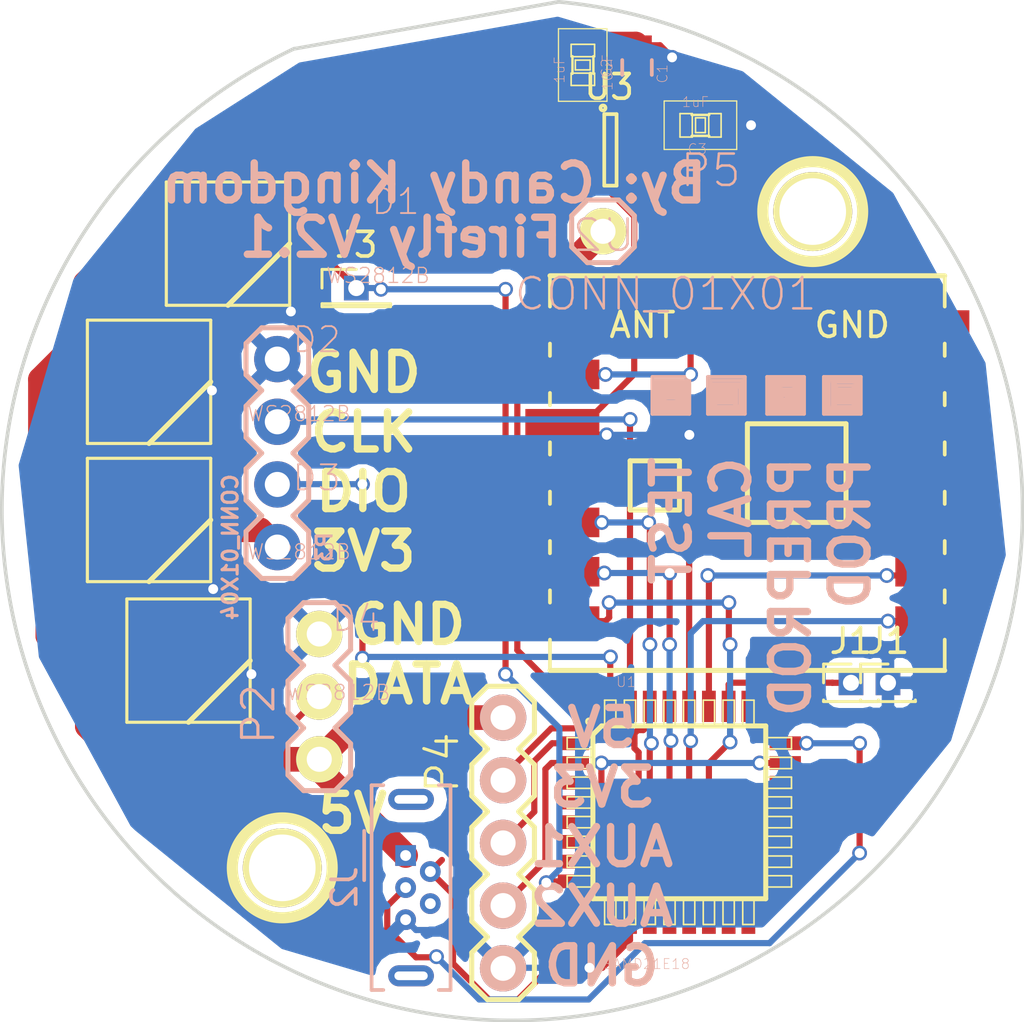
<source format=kicad_pcb>
(kicad_pcb (version 4) (host pcbnew 4.0.7+dfsg1-1ubuntu2)

  (general
    (links 51)
    (no_connects 0)
    (area 139.25939 42.824999 187.034459 84.714286)
    (thickness 1.6)
    (drawings 141)
    (tracks 292)
    (zones 0)
    (modules 20)
    (nets 44)
  )

  (page A4)
  (layers
    (0 F.Cu signal)
    (31 B.Cu signal)
    (32 B.Adhes user hide)
    (33 F.Adhes user hide)
    (34 B.Paste user hide)
    (35 F.Paste user hide)
    (36 B.SilkS user hide)
    (37 F.SilkS user)
    (38 B.Mask user hide)
    (39 F.Mask user hide)
    (40 Dwgs.User user hide)
    (41 Cmts.User user hide)
    (42 Eco1.User user hide)
    (43 Eco2.User user hide)
    (44 Edge.Cuts user)
    (45 Margin user hide)
    (46 B.CrtYd user hide)
    (47 F.CrtYd user hide)
    (48 B.Fab user hide)
    (49 F.Fab user hide)
  )

  (setup
    (last_trace_width 0.25)
    (user_trace_width 0.25)
    (user_trace_width 0.5)
    (user_trace_width 0.75)
    (user_trace_width 1)
    (trace_clearance 0.2)
    (zone_clearance 0.508)
    (zone_45_only no)
    (trace_min 0.16)
    (segment_width 0.15)
    (edge_width 0.15)
    (via_size 0.6)
    (via_drill 0.4)
    (via_min_size 0.4)
    (via_min_drill 0.3)
    (uvia_size 0.3)
    (uvia_drill 0.1)
    (uvias_allowed no)
    (uvia_min_size 0.2)
    (uvia_min_drill 0.1)
    (pcb_text_width 0.3)
    (pcb_text_size 1.5 1.5)
    (mod_edge_width 0.15)
    (mod_text_size 1 1)
    (mod_text_width 0.15)
    (pad_size 1 1)
    (pad_drill 0.65)
    (pad_to_mask_clearance 0.2)
    (aux_axis_origin 139.4 84.6)
    (visible_elements FFFFFF7F)
    (pcbplotparams
      (layerselection 0x330fc_80000001)
      (usegerberextensions false)
      (excludeedgelayer true)
      (linewidth 0.100000)
      (plotframeref false)
      (viasonmask false)
      (mode 1)
      (useauxorigin false)
      (hpglpennumber 1)
      (hpglpenspeed 20)
      (hpglpendiameter 15)
      (hpglpenoverlay 2)
      (psnegative false)
      (psa4output false)
      (plotreference false)
      (plotvalue false)
      (plotinvisibletext false)
      (padsonsilk false)
      (subtractmaskfromsilk false)
      (outputformat 1)
      (mirror false)
      (drillshape 0)
      (scaleselection 1)
      (outputdirectory ""))
  )

  (net 0 "")
  (net 1 GND)
  (net 2 +5V)
  (net 3 +3V3)
  (net 4 "Net-(D1-Pad2)")
  (net 5 "Net-(D2-Pad2)")
  (net 6 "Net-(D3-Pad2)")
  (net 7 LED_EXTERNAL)
  (net 8 ARM_SWDIO)
  (net 9 ARM_SWCLK)
  (net 10 AUX1)
  (net 11 AUX2)
  (net 12 ANTENNA)
  (net 13 LED_INTERNAL)
  (net 14 RADIO_MISO)
  (net 15 RADIO_MOSI)
  (net 16 RADIO_SCK)
  (net 17 USB_D-)
  (net 18 RADIO_DIO0)
  (net 19 RADIO_NSS)
  (net 20 USB_D+)
  (net 21 "Net-(U2-Pad4)")
  (net 22 "Net-(U2-Pad10)")
  (net 23 "Net-(U2-Pad11)")
  (net 24 "Net-(U2-Pad12)")
  (net 25 "Net-(U2-Pad13)")
  (net 26 "Net-(U3-Pad4)")
  (net 27 "Net-(J2-Pad4)")
  (net 28 "Net-(U1-Pad3)")
  (net 29 "Net-(U1-Pad4)")
  (net 30 "Net-(U1-Pad5)")
  (net 31 "Net-(U1-Pad6)")
  (net 32 "Net-(U1-Pad7)")
  (net 33 "Net-(U1-Pad15)")
  (net 34 "Net-(U1-Pad16)")
  (net 35 "Net-(U1-Pad17)")
  (net 36 "Net-(U1-Pad18)")
  (net 37 "Net-(U1-Pad19)")
  (net 38 "Net-(U1-Pad20)")
  (net 39 "Net-(U1-Pad21)")
  (net 40 "Net-(U1-Pad22)")
  (net 41 "Net-(U1-Pad25)")
  (net 42 "Net-(U1-Pad29)")
  (net 43 "Net-(J1-Pad1)")

  (net_class Default "This is the default net class."
    (clearance 0.2)
    (trace_width 0.25)
    (via_dia 0.6)
    (via_drill 0.4)
    (uvia_dia 0.3)
    (uvia_drill 0.1)
    (add_net +3V3)
    (add_net +5V)
    (add_net ANTENNA)
    (add_net ARM_SWCLK)
    (add_net ARM_SWDIO)
    (add_net AUX1)
    (add_net AUX2)
    (add_net GND)
    (add_net LED_EXTERNAL)
    (add_net LED_INTERNAL)
    (add_net "Net-(D1-Pad2)")
    (add_net "Net-(D2-Pad2)")
    (add_net "Net-(D3-Pad2)")
    (add_net "Net-(J1-Pad1)")
    (add_net "Net-(J2-Pad4)")
    (add_net "Net-(U1-Pad15)")
    (add_net "Net-(U1-Pad16)")
    (add_net "Net-(U1-Pad17)")
    (add_net "Net-(U1-Pad18)")
    (add_net "Net-(U1-Pad19)")
    (add_net "Net-(U1-Pad20)")
    (add_net "Net-(U1-Pad21)")
    (add_net "Net-(U1-Pad22)")
    (add_net "Net-(U1-Pad25)")
    (add_net "Net-(U1-Pad29)")
    (add_net "Net-(U1-Pad3)")
    (add_net "Net-(U1-Pad4)")
    (add_net "Net-(U1-Pad5)")
    (add_net "Net-(U1-Pad6)")
    (add_net "Net-(U1-Pad7)")
    (add_net "Net-(U2-Pad10)")
    (add_net "Net-(U2-Pad11)")
    (add_net "Net-(U2-Pad12)")
    (add_net "Net-(U2-Pad13)")
    (add_net "Net-(U2-Pad4)")
    (add_net "Net-(U3-Pad4)")
    (add_net RADIO_DIO0)
    (add_net RADIO_MISO)
    (add_net RADIO_MOSI)
    (add_net RADIO_NSS)
    (add_net RADIO_SCK)
    (add_net USB_D+)
    (add_net USB_D-)
  )

  (module Pin_Headers:Pin_Header_Straight_1x01_Pitch1.27mm (layer F.Cu) (tedit 5B395AF5) (tstamp 5B395B5C)
    (at 175.25 70.5)
    (descr "Through hole straight pin header, 1x01, 1.27mm pitch, single row")
    (tags "Through hole pin header THT 1x01 1.27mm single row")
    (path /5B396353)
    (fp_text reference J1 (at 0 -1.695) (layer F.SilkS)
      (effects (font (size 1 1) (thickness 0.15)))
    )
    (fp_text value Conn_01x01 (at 0 1.695) (layer F.Fab)
      (effects (font (size 1 1) (thickness 0.15)))
    )
    (fp_line (start -0.525 -0.635) (end 1.05 -0.635) (layer F.Fab) (width 0.1))
    (fp_line (start 1.05 -0.635) (end 1.05 0.635) (layer F.Fab) (width 0.1))
    (fp_line (start 1.05 0.635) (end -1.05 0.635) (layer F.Fab) (width 0.1))
    (fp_line (start -1.05 0.635) (end -1.05 -0.11) (layer F.Fab) (width 0.1))
    (fp_line (start -1.05 -0.11) (end -0.525 -0.635) (layer F.Fab) (width 0.1))
    (fp_line (start -1.11 0.76) (end 1.11 0.76) (layer F.SilkS) (width 0.12))
    (fp_line (start -1.11 0.76) (end -1.11 0.695) (layer F.SilkS) (width 0.12))
    (fp_line (start 1.11 0.76) (end 1.11 0.695) (layer F.SilkS) (width 0.12))
    (fp_line (start -1.11 0.76) (end -0.563471 0.76) (layer F.SilkS) (width 0.12))
    (fp_line (start 0.563471 0.76) (end 1.11 0.76) (layer F.SilkS) (width 0.12))
    (fp_line (start -1.11 0) (end -1.11 -0.76) (layer F.SilkS) (width 0.12))
    (fp_line (start -1.11 -0.76) (end 0 -0.76) (layer F.SilkS) (width 0.12))
    (fp_line (start -1.55 -1.15) (end -1.55 1.15) (layer F.CrtYd) (width 0.05))
    (fp_line (start -1.55 1.15) (end 1.55 1.15) (layer F.CrtYd) (width 0.05))
    (fp_line (start 1.55 1.15) (end 1.55 -1.15) (layer F.CrtYd) (width 0.05))
    (fp_line (start 1.55 -1.15) (end -1.55 -1.15) (layer F.CrtYd) (width 0.05))
    (fp_text user %R (at 0 0 90) (layer F.Fab)
      (effects (font (size 1 1) (thickness 0.15)))
    )
    (pad 1 thru_hole rect (at 0 0) (size 1 1) (drill 0.65) (layers *.Cu *.Mask)
      (net 1 GND))
    (model ${KISYS3DMOD}/Pin_Headers.3dshapes/Pin_Header_Straight_1x01_Pitch1.27mm.wrl
      (at (xyz 0 0 0))
      (scale (xyz 1 1 1))
      (rotate (xyz 0 0 0))
    )
  )

  (module SparkFun-Connectors:1X03 placed (layer F.Cu) (tedit 5B232E5B) (tstamp 5A596640)
    (at 152.2 73.6 90)
    (path /5A5420CD)
    (attr virtual)
    (fp_text reference P2 (at 1.8288 -2.4638 90) (layer B.SilkS)
      (effects (font (size 1.27 1.27) (thickness 0.127)))
    )
    (fp_text value CONN_01X03 (at 2.54 2.54 90) (layer B.SilkS) hide
      (effects (font (size 1.27 1.27) (thickness 0.1016)) (justify mirror))
    )
    (fp_line (start 4.826 0.254) (end 5.334 0.254) (layer F.SilkS) (width 0.06604))
    (fp_line (start 5.334 0.254) (end 5.334 -0.254) (layer F.SilkS) (width 0.06604))
    (fp_line (start 4.826 -0.254) (end 5.334 -0.254) (layer F.SilkS) (width 0.06604))
    (fp_line (start 4.826 0.254) (end 4.826 -0.254) (layer F.SilkS) (width 0.06604))
    (fp_line (start 2.286 0.254) (end 2.794 0.254) (layer F.SilkS) (width 0.06604))
    (fp_line (start 2.794 0.254) (end 2.794 -0.254) (layer F.SilkS) (width 0.06604))
    (fp_line (start 2.286 -0.254) (end 2.794 -0.254) (layer F.SilkS) (width 0.06604))
    (fp_line (start 2.286 0.254) (end 2.286 -0.254) (layer F.SilkS) (width 0.06604))
    (fp_line (start -0.254 0.254) (end 0.254 0.254) (layer F.SilkS) (width 0.06604))
    (fp_line (start 0.254 0.254) (end 0.254 -0.254) (layer F.SilkS) (width 0.06604))
    (fp_line (start -0.254 -0.254) (end 0.254 -0.254) (layer F.SilkS) (width 0.06604))
    (fp_line (start -0.254 0.254) (end -0.254 -0.254) (layer F.SilkS) (width 0.06604))
    (fp_line (start 3.81 -0.635) (end 4.445 -1.27) (layer B.SilkS) (width 0.2032))
    (fp_line (start 4.445 -1.27) (end 5.715 -1.27) (layer B.SilkS) (width 0.2032))
    (fp_line (start 5.715 -1.27) (end 6.35 -0.635) (layer B.SilkS) (width 0.2032))
    (fp_line (start 6.35 0.635) (end 5.715 1.27) (layer B.SilkS) (width 0.2032))
    (fp_line (start 5.715 1.27) (end 4.445 1.27) (layer B.SilkS) (width 0.2032))
    (fp_line (start 4.445 1.27) (end 3.81 0.635) (layer B.SilkS) (width 0.2032))
    (fp_line (start -0.635 -1.27) (end 0.635 -1.27) (layer B.SilkS) (width 0.2032))
    (fp_line (start 0.635 -1.27) (end 1.27 -0.635) (layer B.SilkS) (width 0.2032))
    (fp_line (start 1.27 0.635) (end 0.635 1.27) (layer B.SilkS) (width 0.2032))
    (fp_line (start 1.27 -0.635) (end 1.905 -1.27) (layer B.SilkS) (width 0.2032))
    (fp_line (start 1.905 -1.27) (end 3.175 -1.27) (layer B.SilkS) (width 0.2032))
    (fp_line (start 3.175 -1.27) (end 3.81 -0.635) (layer B.SilkS) (width 0.2032))
    (fp_line (start 3.81 0.635) (end 3.175 1.27) (layer B.SilkS) (width 0.2032))
    (fp_line (start 3.175 1.27) (end 1.905 1.27) (layer B.SilkS) (width 0.2032))
    (fp_line (start 1.905 1.27) (end 1.27 0.635) (layer B.SilkS) (width 0.2032))
    (fp_line (start -1.27 -0.635) (end -1.27 0.635) (layer B.SilkS) (width 0.2032))
    (fp_line (start -0.635 -1.27) (end -1.27 -0.635) (layer B.SilkS) (width 0.2032))
    (fp_line (start -1.27 0.635) (end -0.635 1.27) (layer B.SilkS) (width 0.2032))
    (fp_line (start 0.635 1.27) (end -0.635 1.27) (layer B.SilkS) (width 0.2032))
    (fp_line (start 6.35 -0.635) (end 6.35 0.635) (layer B.SilkS) (width 0.2032))
    (pad 1 thru_hole circle (at 0 0 90) (size 1.8796 1.8796) (drill 1.016) (layers *.Cu F.Paste F.SilkS F.Mask)
      (net 2 +5V))
    (pad 2 thru_hole circle (at 2.54 0 90) (size 1.8796 1.8796) (drill 1.016) (layers *.Cu F.Paste F.SilkS F.Mask)
      (net 7 LED_EXTERNAL))
    (pad 3 thru_hole circle (at 5.08 0 90) (size 1.8796 1.8796) (drill 1.016) (layers *.Cu F.Paste F.SilkS F.Mask)
      (net 1 GND))
  )

  (module Connector_USB:USB_Micro-B_Wuerth-614105150721_Vertical (layer B.Cu) (tedit 5A142044) (tstamp 5A6CC4AB)
    (at 155.7 77.5 270)
    (descr "USB Micro-B receptacle, through-hole, vertical, http://katalog.we-online.de/em/datasheet/614105150721.pdf")
    (tags "usb micro receptacle vertical")
    (path /5A6CC736)
    (fp_text reference J2 (at 1.3 2.48 270) (layer B.SilkS)
      (effects (font (size 1 1) (thickness 0.15)) (justify mirror))
    )
    (fp_text value 614105150721 (at 1.3 -2.92 270) (layer B.Fab)
      (effects (font (size 1 1) (thickness 0.15)) (justify mirror))
    )
    (fp_line (start -2.7 1.23) (end -1 1.23) (layer B.Fab) (width 0.15))
    (fp_line (start -1 1.23) (end 0 0.23) (layer B.Fab) (width 0.15))
    (fp_line (start 0 0.23) (end 1 1.23) (layer B.Fab) (width 0.15))
    (fp_line (start 1 1.23) (end 5.3 1.23) (layer B.Fab) (width 0.15))
    (fp_line (start 5.3 1.23) (end 5.3 -1.67) (layer B.Fab) (width 0.15))
    (fp_line (start 5.3 -1.67) (end -2.7 -1.67) (layer B.Fab) (width 0.15))
    (fp_line (start -2.7 -1.67) (end -2.7 1.23) (layer B.Fab) (width 0.15))
    (fp_line (start -2.85 0.905) (end -2.85 1.38) (layer B.SilkS) (width 0.15))
    (fp_line (start -2.85 1.38) (end 5.45 1.38) (layer B.SilkS) (width 0.15))
    (fp_line (start 5.45 1.38) (end 5.45 0.905) (layer B.SilkS) (width 0.15))
    (fp_line (start -2.85 -1.345) (end -2.85 -1.82) (layer B.SilkS) (width 0.15))
    (fp_line (start -2.85 -1.82) (end 5.45 -1.82) (layer B.SilkS) (width 0.15))
    (fp_line (start 5.45 -1.82) (end 5.45 -1.345) (layer B.SilkS) (width 0.15))
    (fp_line (start -1 1.68) (end 1 1.68) (layer B.SilkS) (width 0.15))
    (fp_line (start -3.2 1.73) (end -3.2 -2.17) (layer B.CrtYd) (width 0.05))
    (fp_line (start -3.2 -2.17) (end 5.8 -2.17) (layer B.CrtYd) (width 0.05))
    (fp_line (start 5.8 -2.17) (end 5.8 1.73) (layer B.CrtYd) (width 0.05))
    (fp_line (start 5.8 1.73) (end -3.2 1.73) (layer B.CrtYd) (width 0.05))
    (fp_text user %R (at 1.3 -0.22 270) (layer B.Fab)
      (effects (font (size 1 1) (thickness 0.15)) (justify mirror))
    )
    (pad 1 thru_hole rect (at 0 0 270) (size 0.84 0.84) (drill 0.44) (layers *.Cu *.Mask)
      (net 2 +5V))
    (pad 2 thru_hole circle (at 0.65 -1 270) (size 0.84 0.84) (drill 0.44) (layers *.Cu *.Mask)
      (net 17 USB_D-))
    (pad 3 thru_hole circle (at 1.3 0 270) (size 0.84 0.84) (drill 0.44) (layers *.Cu *.Mask)
      (net 20 USB_D+))
    (pad 4 thru_hole circle (at 1.95 -1 270) (size 0.84 0.84) (drill 0.44) (layers *.Cu *.Mask)
      (net 27 "Net-(J2-Pad4)"))
    (pad 5 thru_hole circle (at 2.6 0 270) (size 0.84 0.84) (drill 0.44) (layers *.Cu *.Mask)
      (net 1 GND))
    (pad 6 thru_hole oval (at -2.275 -0.22 270) (size 0.85 1.85) (drill oval 0.35 1.35) (layers *.Cu *.Mask))
    (pad 6 thru_hole oval (at 4.875 -0.22 270) (size 0.85 1.85) (drill oval 0.35 1.35) (layers *.Cu *.Mask))
    (model ${KISYS3DMOD}/Connector_USB.3dshapes/USB_Micro-B_Wuerth-614105150721_Vertical.wrl
      (at (xyz 0 0 0))
      (scale (xyz 1 1 1))
      (rotate (xyz 0 0 0))
    )
  )

  (module SparkFun-Connectors:1X05 placed (layer B.Cu) (tedit 5B232E55) (tstamp 5A5966AF)
    (at 159.65 71.91 270)
    (path /5A54290F)
    (attr virtual)
    (fp_text reference P4 (at 1.8288 2.4638 450) (layer F.SilkS)
      (effects (font (size 1.27 1.27) (thickness 0.127)))
    )
    (fp_text value CONN_01X05 (at 2.54 -2.54 270) (layer F.SilkS) hide
      (effects (font (size 1.27 1.27) (thickness 0.1016)))
    )
    (fp_line (start 9.906 -0.254) (end 10.414 -0.254) (layer B.SilkS) (width 0.06604))
    (fp_line (start 10.414 -0.254) (end 10.414 0.254) (layer B.SilkS) (width 0.06604))
    (fp_line (start 9.906 0.254) (end 10.414 0.254) (layer B.SilkS) (width 0.06604))
    (fp_line (start 9.906 -0.254) (end 9.906 0.254) (layer B.SilkS) (width 0.06604))
    (fp_line (start 7.366 -0.254) (end 7.874 -0.254) (layer B.SilkS) (width 0.06604))
    (fp_line (start 7.874 -0.254) (end 7.874 0.254) (layer B.SilkS) (width 0.06604))
    (fp_line (start 7.366 0.254) (end 7.874 0.254) (layer B.SilkS) (width 0.06604))
    (fp_line (start 7.366 -0.254) (end 7.366 0.254) (layer B.SilkS) (width 0.06604))
    (fp_line (start 4.826 -0.254) (end 5.334 -0.254) (layer B.SilkS) (width 0.06604))
    (fp_line (start 5.334 -0.254) (end 5.334 0.254) (layer B.SilkS) (width 0.06604))
    (fp_line (start 4.826 0.254) (end 5.334 0.254) (layer B.SilkS) (width 0.06604))
    (fp_line (start 4.826 -0.254) (end 4.826 0.254) (layer B.SilkS) (width 0.06604))
    (fp_line (start 2.286 -0.254) (end 2.794 -0.254) (layer B.SilkS) (width 0.06604))
    (fp_line (start 2.794 -0.254) (end 2.794 0.254) (layer B.SilkS) (width 0.06604))
    (fp_line (start 2.286 0.254) (end 2.794 0.254) (layer B.SilkS) (width 0.06604))
    (fp_line (start 2.286 -0.254) (end 2.286 0.254) (layer B.SilkS) (width 0.06604))
    (fp_line (start -0.254 -0.254) (end 0.254 -0.254) (layer B.SilkS) (width 0.06604))
    (fp_line (start 0.254 -0.254) (end 0.254 0.254) (layer B.SilkS) (width 0.06604))
    (fp_line (start -0.254 0.254) (end 0.254 0.254) (layer B.SilkS) (width 0.06604))
    (fp_line (start -0.254 -0.254) (end -0.254 0.254) (layer B.SilkS) (width 0.06604))
    (fp_line (start 6.985 1.27) (end 8.255 1.27) (layer F.SilkS) (width 0.2032))
    (fp_line (start 8.255 1.27) (end 8.89 0.635) (layer F.SilkS) (width 0.2032))
    (fp_line (start 8.89 -0.635) (end 8.255 -1.27) (layer F.SilkS) (width 0.2032))
    (fp_line (start 8.89 0.635) (end 9.525 1.27) (layer F.SilkS) (width 0.2032))
    (fp_line (start 9.525 1.27) (end 10.795 1.27) (layer F.SilkS) (width 0.2032))
    (fp_line (start 10.795 1.27) (end 11.43 0.635) (layer F.SilkS) (width 0.2032))
    (fp_line (start 11.43 -0.635) (end 10.795 -1.27) (layer F.SilkS) (width 0.2032))
    (fp_line (start 10.795 -1.27) (end 9.525 -1.27) (layer F.SilkS) (width 0.2032))
    (fp_line (start 9.525 -1.27) (end 8.89 -0.635) (layer F.SilkS) (width 0.2032))
    (fp_line (start 3.81 0.635) (end 4.445 1.27) (layer F.SilkS) (width 0.2032))
    (fp_line (start 4.445 1.27) (end 5.715 1.27) (layer F.SilkS) (width 0.2032))
    (fp_line (start 5.715 1.27) (end 6.35 0.635) (layer F.SilkS) (width 0.2032))
    (fp_line (start 6.35 -0.635) (end 5.715 -1.27) (layer F.SilkS) (width 0.2032))
    (fp_line (start 5.715 -1.27) (end 4.445 -1.27) (layer F.SilkS) (width 0.2032))
    (fp_line (start 4.445 -1.27) (end 3.81 -0.635) (layer F.SilkS) (width 0.2032))
    (fp_line (start 6.985 1.27) (end 6.35 0.635) (layer F.SilkS) (width 0.2032))
    (fp_line (start 6.35 -0.635) (end 6.985 -1.27) (layer F.SilkS) (width 0.2032))
    (fp_line (start 8.255 -1.27) (end 6.985 -1.27) (layer F.SilkS) (width 0.2032))
    (fp_line (start -0.635 1.27) (end 0.635 1.27) (layer F.SilkS) (width 0.2032))
    (fp_line (start 0.635 1.27) (end 1.27 0.635) (layer F.SilkS) (width 0.2032))
    (fp_line (start 1.27 -0.635) (end 0.635 -1.27) (layer F.SilkS) (width 0.2032))
    (fp_line (start 1.27 0.635) (end 1.905 1.27) (layer F.SilkS) (width 0.2032))
    (fp_line (start 1.905 1.27) (end 3.175 1.27) (layer F.SilkS) (width 0.2032))
    (fp_line (start 3.175 1.27) (end 3.81 0.635) (layer F.SilkS) (width 0.2032))
    (fp_line (start 3.81 -0.635) (end 3.175 -1.27) (layer F.SilkS) (width 0.2032))
    (fp_line (start 3.175 -1.27) (end 1.905 -1.27) (layer F.SilkS) (width 0.2032))
    (fp_line (start 1.905 -1.27) (end 1.27 -0.635) (layer F.SilkS) (width 0.2032))
    (fp_line (start -1.27 0.635) (end -1.27 -0.635) (layer F.SilkS) (width 0.2032))
    (fp_line (start -0.635 1.27) (end -1.27 0.635) (layer F.SilkS) (width 0.2032))
    (fp_line (start -1.27 -0.635) (end -0.635 -1.27) (layer F.SilkS) (width 0.2032))
    (fp_line (start 0.635 -1.27) (end -0.635 -1.27) (layer F.SilkS) (width 0.2032))
    (fp_line (start 11.43 0.635) (end 11.43 -0.635) (layer F.SilkS) (width 0.2032))
    (pad 1 thru_hole circle (at 0 0 270) (size 1.8796 1.8796) (drill 1.016) (layers *.Cu B.Paste B.SilkS B.Mask)
      (net 2 +5V))
    (pad 2 thru_hole circle (at 2.54 0 270) (size 1.8796 1.8796) (drill 1.016) (layers *.Cu B.Paste B.SilkS B.Mask)
      (net 3 +3V3))
    (pad 3 thru_hole circle (at 5.08 0 270) (size 1.8796 1.8796) (drill 1.016) (layers *.Cu B.Paste B.SilkS B.Mask)
      (net 10 AUX1))
    (pad 4 thru_hole circle (at 7.62 0 270) (size 1.8796 1.8796) (drill 1.016) (layers *.Cu B.Paste B.SilkS B.Mask)
      (net 11 AUX2))
    (pad 5 thru_hole circle (at 10.16 0 270) (size 1.8796 1.8796) (drill 1.016) (layers *.Cu B.Paste B.SilkS B.Mask)
      (net 1 GND))
  )

  (module SparkFun-Capacitors:0805 placed (layer F.Cu) (tedit 200000) (tstamp 5A596548)
    (at 165.07792 45.559766 270)
    (path /5A548BBE)
    (attr smd)
    (fp_text reference C1 (at 0.254 -1.0287 270) (layer B.SilkS)
      (effects (font (size 0.4064 0.4064) (thickness 0.0254)))
    )
    (fp_text value 10uF (at 0.2032 1.1938 270) (layer B.SilkS)
      (effects (font (size 0.4064 0.4064) (thickness 0.0254)))
    )
    (fp_line (start -0.29972 -0.59944) (end 0.29972 -0.59944) (layer B.SilkS) (width 0.1524))
    (fp_line (start -0.29972 0.59944) (end 0.29972 0.59944) (layer B.SilkS) (width 0.1524))
    (pad 1 smd rect (at -0.89916 0 270) (size 0.79756 1.19888) (layers F.Cu F.Paste F.Mask)
      (net 1 GND))
    (pad 2 smd rect (at 0.89916 0 270) (size 0.79756 1.19888) (layers F.Cu F.Paste F.Mask)
      (net 2 +5V))
  )

  (module SparkFun-Capacitors:0603 placed (layer F.Cu) (tedit 200000) (tstamp 5A596560)
    (at 162.87792 45.459766 270)
    (path /5A5477DB)
    (attr smd)
    (fp_text reference C2 (at 0.127 -0.9652 270) (layer B.SilkS)
      (effects (font (size 0.4064 0.4064) (thickness 0.0254)))
    )
    (fp_text value 1uF (at 0.2032 0.9398 270) (layer B.SilkS)
      (effects (font (size 0.4064 0.4064) (thickness 0.0254)))
    )
    (fp_line (start -0.8382 0.4699) (end -0.33782 0.4699) (layer F.SilkS) (width 0.06604))
    (fp_line (start -0.33782 0.4699) (end -0.33782 -0.48006) (layer F.SilkS) (width 0.06604))
    (fp_line (start -0.8382 -0.48006) (end -0.33782 -0.48006) (layer F.SilkS) (width 0.06604))
    (fp_line (start -0.8382 0.4699) (end -0.8382 -0.48006) (layer F.SilkS) (width 0.06604))
    (fp_line (start 0.3302 0.4699) (end 0.82804 0.4699) (layer F.SilkS) (width 0.06604))
    (fp_line (start 0.82804 0.4699) (end 0.82804 -0.48006) (layer F.SilkS) (width 0.06604))
    (fp_line (start 0.3302 -0.48006) (end 0.82804 -0.48006) (layer F.SilkS) (width 0.06604))
    (fp_line (start 0.3302 0.4699) (end 0.3302 -0.48006) (layer F.SilkS) (width 0.06604))
    (fp_line (start -0.19812 0.29972) (end 0.19812 0.29972) (layer F.SilkS) (width 0.06604))
    (fp_line (start 0.19812 0.29972) (end 0.19812 -0.29972) (layer F.SilkS) (width 0.06604))
    (fp_line (start -0.19812 -0.29972) (end 0.19812 -0.29972) (layer F.SilkS) (width 0.06604))
    (fp_line (start -0.19812 0.29972) (end -0.19812 -0.29972) (layer F.SilkS) (width 0.06604))
    (fp_line (start -1.47066 -0.98298) (end 1.47066 -0.98298) (layer F.SilkS) (width 0.0508))
    (fp_line (start 1.47066 -0.98298) (end 1.47066 0.98298) (layer F.SilkS) (width 0.0508))
    (fp_line (start 1.47066 0.98298) (end -1.47066 0.98298) (layer F.SilkS) (width 0.0508))
    (fp_line (start -1.47066 0.98298) (end -1.47066 -0.98298) (layer F.SilkS) (width 0.0508))
    (fp_line (start -0.3556 -0.4318) (end 0.3556 -0.4318) (layer F.SilkS) (width 0.1016))
    (fp_line (start -0.3556 0.41656) (end 0.3556 0.41656) (layer F.SilkS) (width 0.1016))
    (pad 1 smd rect (at -0.84836 0 270) (size 1.09982 0.99822) (layers F.Cu F.Paste F.Mask)
      (net 1 GND))
    (pad 2 smd rect (at 0.84836 0 270) (size 1.09982 0.99822) (layers F.Cu F.Paste F.Mask)
      (net 2 +5V))
  )

  (module SparkFun-Capacitors:0603 placed (layer F.Cu) (tedit 200000) (tstamp 5A596578)
    (at 167.64836 47.9 180)
    (path /5A547830)
    (attr smd)
    (fp_text reference C3 (at 0.127 -0.9652 180) (layer B.SilkS)
      (effects (font (size 0.4064 0.4064) (thickness 0.0254)))
    )
    (fp_text value 1uF (at 0.2032 0.9398 180) (layer B.SilkS)
      (effects (font (size 0.4064 0.4064) (thickness 0.0254)))
    )
    (fp_line (start -0.8382 0.4699) (end -0.33782 0.4699) (layer F.SilkS) (width 0.06604))
    (fp_line (start -0.33782 0.4699) (end -0.33782 -0.48006) (layer F.SilkS) (width 0.06604))
    (fp_line (start -0.8382 -0.48006) (end -0.33782 -0.48006) (layer F.SilkS) (width 0.06604))
    (fp_line (start -0.8382 0.4699) (end -0.8382 -0.48006) (layer F.SilkS) (width 0.06604))
    (fp_line (start 0.3302 0.4699) (end 0.82804 0.4699) (layer F.SilkS) (width 0.06604))
    (fp_line (start 0.82804 0.4699) (end 0.82804 -0.48006) (layer F.SilkS) (width 0.06604))
    (fp_line (start 0.3302 -0.48006) (end 0.82804 -0.48006) (layer F.SilkS) (width 0.06604))
    (fp_line (start 0.3302 0.4699) (end 0.3302 -0.48006) (layer F.SilkS) (width 0.06604))
    (fp_line (start -0.19812 0.29972) (end 0.19812 0.29972) (layer F.SilkS) (width 0.06604))
    (fp_line (start 0.19812 0.29972) (end 0.19812 -0.29972) (layer F.SilkS) (width 0.06604))
    (fp_line (start -0.19812 -0.29972) (end 0.19812 -0.29972) (layer F.SilkS) (width 0.06604))
    (fp_line (start -0.19812 0.29972) (end -0.19812 -0.29972) (layer F.SilkS) (width 0.06604))
    (fp_line (start -1.47066 -0.98298) (end 1.47066 -0.98298) (layer F.SilkS) (width 0.0508))
    (fp_line (start 1.47066 -0.98298) (end 1.47066 0.98298) (layer F.SilkS) (width 0.0508))
    (fp_line (start 1.47066 0.98298) (end -1.47066 0.98298) (layer F.SilkS) (width 0.0508))
    (fp_line (start -1.47066 0.98298) (end -1.47066 -0.98298) (layer F.SilkS) (width 0.0508))
    (fp_line (start -0.3556 -0.4318) (end 0.3556 -0.4318) (layer F.SilkS) (width 0.1016))
    (fp_line (start -0.3556 0.41656) (end 0.3556 0.41656) (layer F.SilkS) (width 0.1016))
    (pad 1 smd rect (at -0.84836 0 180) (size 1.09982 0.99822) (layers F.Cu F.Paste F.Mask)
      (net 1 GND))
    (pad 2 smd rect (at 0.84836 0 180) (size 1.09982 0.99822) (layers F.Cu F.Paste F.Mask)
      (net 3 +3V3))
  )

  (module SparkFun-Connectors:1X01 placed (layer F.Cu) (tedit 200000) (tstamp 5A5966C0)
    (at 163.7 52.2)
    (path /5A542715)
    (attr virtual)
    (fp_text reference P5 (at 4.36626 -2.4638) (layer B.SilkS)
      (effects (font (size 1.27 1.27) (thickness 0.1016)))
    )
    (fp_text value CONN_01X01 (at 2.54 2.54) (layer B.SilkS)
      (effects (font (size 1.27 1.27) (thickness 0.1016)))
    )
    (fp_line (start -0.254 0.254) (end 0.254 0.254) (layer F.SilkS) (width 0.06604))
    (fp_line (start 0.254 0.254) (end 0.254 -0.254) (layer F.SilkS) (width 0.06604))
    (fp_line (start -0.254 -0.254) (end 0.254 -0.254) (layer F.SilkS) (width 0.06604))
    (fp_line (start -0.254 0.254) (end -0.254 -0.254) (layer F.SilkS) (width 0.06604))
    (fp_line (start 1.27 -0.635) (end 0.635 -1.27) (layer B.SilkS) (width 0.2032))
    (fp_line (start 0.635 -1.27) (end -0.635 -1.27) (layer B.SilkS) (width 0.2032))
    (fp_line (start -0.635 -1.27) (end -1.27 -0.635) (layer B.SilkS) (width 0.2032))
    (fp_line (start -1.27 -0.635) (end -1.27 0.635) (layer B.SilkS) (width 0.2032))
    (fp_line (start -1.27 0.635) (end -0.635 1.27) (layer B.SilkS) (width 0.2032))
    (fp_line (start -0.635 1.27) (end 0.635 1.27) (layer B.SilkS) (width 0.2032))
    (fp_line (start 0.635 1.27) (end 1.27 0.635) (layer B.SilkS) (width 0.2032))
    (fp_line (start 1.27 0.635) (end 1.27 -0.635) (layer B.SilkS) (width 0.2032))
    (pad 1 thru_hole circle (at 0 0) (size 1.8796 1.8796) (drill 1.016) (layers *.Cu F.Paste F.SilkS F.Mask)
      (net 12 ANTENNA))
  )

  (module TO_SOT_Packages_SMD:SOT-23-5 placed (layer F.Cu) (tedit 55360473) (tstamp 5A596726)
    (at 164 48.9)
    (descr "5-pin SOT23 package")
    (tags SOT-23-5)
    (path /5A547287)
    (attr smd)
    (fp_text reference U3 (at -0.05 -2.55) (layer F.SilkS)
      (effects (font (size 1 1) (thickness 0.15)))
    )
    (fp_text value MIC5504 (at -0.05 2.35) (layer F.Fab)
      (effects (font (size 1 1) (thickness 0.15)))
    )
    (fp_line (start -1.8 -1.6) (end 1.8 -1.6) (layer F.CrtYd) (width 0.05))
    (fp_line (start 1.8 -1.6) (end 1.8 1.6) (layer F.CrtYd) (width 0.05))
    (fp_line (start 1.8 1.6) (end -1.8 1.6) (layer F.CrtYd) (width 0.05))
    (fp_line (start -1.8 1.6) (end -1.8 -1.6) (layer F.CrtYd) (width 0.05))
    (fp_circle (center -0.3 -1.7) (end -0.2 -1.7) (layer F.SilkS) (width 0.15))
    (fp_line (start 0.25 -1.45) (end -0.25 -1.45) (layer F.SilkS) (width 0.15))
    (fp_line (start 0.25 1.45) (end 0.25 -1.45) (layer F.SilkS) (width 0.15))
    (fp_line (start -0.25 1.45) (end 0.25 1.45) (layer F.SilkS) (width 0.15))
    (fp_line (start -0.25 -1.45) (end -0.25 1.45) (layer F.SilkS) (width 0.15))
    (pad 1 smd rect (at -1.1 -0.95) (size 1.06 0.65) (layers F.Cu F.Paste F.Mask)
      (net 2 +5V))
    (pad 2 smd rect (at -1.1 0) (size 1.06 0.65) (layers F.Cu F.Paste F.Mask)
      (net 1 GND))
    (pad 3 smd rect (at -1.1 0.95) (size 1.06 0.65) (layers F.Cu F.Paste F.Mask)
      (net 2 +5V))
    (pad 4 smd rect (at 1.1 0.95) (size 1.06 0.65) (layers F.Cu F.Paste F.Mask)
      (net 26 "Net-(U3-Pad4)"))
    (pad 5 smd rect (at 1.1 -0.95) (size 1.06 0.65) (layers F.Cu F.Paste F.Mask)
      (net 3 +3V3))
    (model TO_SOT_Packages_SMD.3dshapes/SOT-23-5.wrl
      (at (xyz 0 0 0))
      (scale (xyz 1 1 1))
      (rotate (xyz 0 0 0))
    )
  )

  (module homebrew:hole-m2.5 (layer F.Cu) (tedit 59386D59) (tstamp 5A5AA1E9)
    (at 150.7 78)
    (path /5A5AA266)
    (fp_text reference H1 (at 0 0.5) (layer F.SilkS)
      (effects (font (size 1 1) (thickness 0.15)))
    )
    (fp_text value hole (at 0 -0.5) (layer F.Fab)
      (effects (font (size 1 1) (thickness 0.15)))
    )
    (fp_circle (center 0 0) (end 1.76 -1) (layer F.SilkS) (width 0.45))
    (pad 1 thru_hole circle (at 0 0 270) (size 3.2 3.2) (drill 2.7) (layers *.Cu *.Mask F.SilkS))
  )

  (module homebrew:hole-m2.5 (layer F.Cu) (tedit 59386D59) (tstamp 5A5AA1EE)
    (at 172.2 51.4)
    (path /5A5AA2E7)
    (fp_text reference H2 (at 0 0.5) (layer F.SilkS)
      (effects (font (size 1 1) (thickness 0.15)))
    )
    (fp_text value hole (at 0 -0.5) (layer F.Fab)
      (effects (font (size 1 1) (thickness 0.15)))
    )
    (fp_circle (center 0 0) (end 1.76 -1) (layer F.SilkS) (width 0.45))
    (pad 1 thru_hole circle (at 0 0 270) (size 3.2 3.2) (drill 2.7) (layers *.Cu *.Mask F.SilkS))
  )

  (module homebrew:WS2812B placed (layer F.Cu) (tedit 5A6CA3FB) (tstamp 5A6CAF34)
    (at 148.5 52.7)
    (descr "INTELLIGENT CONTROL LED WITH INTEGRATED LIGHT SOURCE")
    (tags "INTELLIGENT CONTROL LED WITH INTEGRATED LIGHT SOURCE")
    (path /5A54355C)
    (attr smd)
    (fp_text reference D1 (at 6.79196 -1.70688) (layer B.SilkS)
      (effects (font (size 1.016 1.016) (thickness 0.0762)))
    )
    (fp_text value WS2812B (at 6.08076 1.29286) (layer B.SilkS)
      (effects (font (size 0.6096 0.6096) (thickness 0.0508)))
    )
    (fp_line (start -2.49936 -2.49936) (end -2.49936 2.49936) (layer F.SilkS) (width 0.127))
    (fp_line (start -2.49936 2.49936) (end 2.49936 2.49936) (layer F.SilkS) (width 0.127))
    (fp_line (start 2.49936 2.49936) (end 2.49936 -2.49936) (layer F.SilkS) (width 0.127))
    (fp_line (start 2.49936 -2.49936) (end -2.49936 -2.49936) (layer F.SilkS) (width 0.127))
    (fp_line (start 2.5 0) (end 0 2.5) (layer F.SilkS) (width 0.2032))
    (pad 1 smd rect (at -2.57556 -1.59766) (size 1.651 0.99822) (layers F.Cu F.Paste F.Mask)
      (net 2 +5V))
    (pad 2 smd rect (at -2.57556 1.59766) (size 1.651 0.99822) (layers F.Cu F.Paste F.Mask)
      (net 4 "Net-(D1-Pad2)"))
    (pad 3 smd rect (at 2.57556 1.59766) (size 1.651 0.99822) (layers F.Cu F.Paste F.Mask)
      (net 1 GND))
    (pad 4 smd rect (at 2.57556 -1.59766) (size 1.651 0.99822) (layers F.Cu F.Paste F.Mask)
      (net 13 LED_INTERNAL))
  )

  (module homebrew:WS2812B placed (layer F.Cu) (tedit 5A6CA3FB) (tstamp 5A6CAF40)
    (at 145.3 58.3)
    (descr "INTELLIGENT CONTROL LED WITH INTEGRATED LIGHT SOURCE")
    (tags "INTELLIGENT CONTROL LED WITH INTEGRATED LIGHT SOURCE")
    (path /5A5435CB)
    (attr smd)
    (fp_text reference D2 (at 6.79196 -1.70688) (layer B.SilkS)
      (effects (font (size 1.016 1.016) (thickness 0.0762)))
    )
    (fp_text value WS2812B (at 6.08076 1.29286) (layer B.SilkS)
      (effects (font (size 0.6096 0.6096) (thickness 0.0508)))
    )
    (fp_line (start -2.49936 -2.49936) (end -2.49936 2.49936) (layer F.SilkS) (width 0.127))
    (fp_line (start -2.49936 2.49936) (end 2.49936 2.49936) (layer F.SilkS) (width 0.127))
    (fp_line (start 2.49936 2.49936) (end 2.49936 -2.49936) (layer F.SilkS) (width 0.127))
    (fp_line (start 2.49936 -2.49936) (end -2.49936 -2.49936) (layer F.SilkS) (width 0.127))
    (fp_line (start 2.5 0) (end 0 2.5) (layer F.SilkS) (width 0.2032))
    (pad 1 smd rect (at -2.57556 -1.59766) (size 1.651 0.99822) (layers F.Cu F.Paste F.Mask)
      (net 2 +5V))
    (pad 2 smd rect (at -2.57556 1.59766) (size 1.651 0.99822) (layers F.Cu F.Paste F.Mask)
      (net 5 "Net-(D2-Pad2)"))
    (pad 3 smd rect (at 2.57556 1.59766) (size 1.651 0.99822) (layers F.Cu F.Paste F.Mask)
      (net 1 GND))
    (pad 4 smd rect (at 2.57556 -1.59766) (size 1.651 0.99822) (layers F.Cu F.Paste F.Mask)
      (net 4 "Net-(D1-Pad2)"))
  )

  (module homebrew:WS2812B placed (layer F.Cu) (tedit 5A6CA3FB) (tstamp 5A6CAF4C)
    (at 145.3 63.9)
    (descr "INTELLIGENT CONTROL LED WITH INTEGRATED LIGHT SOURCE")
    (tags "INTELLIGENT CONTROL LED WITH INTEGRATED LIGHT SOURCE")
    (path /5A543630)
    (attr smd)
    (fp_text reference D3 (at 6.79196 -1.70688) (layer B.SilkS)
      (effects (font (size 1.016 1.016) (thickness 0.0762)))
    )
    (fp_text value WS2812B (at 6.08076 1.29286) (layer B.SilkS)
      (effects (font (size 0.6096 0.6096) (thickness 0.0508)))
    )
    (fp_line (start -2.49936 -2.49936) (end -2.49936 2.49936) (layer F.SilkS) (width 0.127))
    (fp_line (start -2.49936 2.49936) (end 2.49936 2.49936) (layer F.SilkS) (width 0.127))
    (fp_line (start 2.49936 2.49936) (end 2.49936 -2.49936) (layer F.SilkS) (width 0.127))
    (fp_line (start 2.49936 -2.49936) (end -2.49936 -2.49936) (layer F.SilkS) (width 0.127))
    (fp_line (start 2.5 0) (end 0 2.5) (layer F.SilkS) (width 0.2032))
    (pad 1 smd rect (at -2.57556 -1.59766) (size 1.651 0.99822) (layers F.Cu F.Paste F.Mask)
      (net 2 +5V))
    (pad 2 smd rect (at -2.57556 1.59766) (size 1.651 0.99822) (layers F.Cu F.Paste F.Mask)
      (net 6 "Net-(D3-Pad2)"))
    (pad 3 smd rect (at 2.57556 1.59766) (size 1.651 0.99822) (layers F.Cu F.Paste F.Mask)
      (net 1 GND))
    (pad 4 smd rect (at 2.57556 -1.59766) (size 1.651 0.99822) (layers F.Cu F.Paste F.Mask)
      (net 5 "Net-(D2-Pad2)"))
  )

  (module homebrew:WS2812B placed (layer F.Cu) (tedit 5A6CA3FB) (tstamp 5A6CAF58)
    (at 146.9 69.6)
    (descr "INTELLIGENT CONTROL LED WITH INTEGRATED LIGHT SOURCE")
    (tags "INTELLIGENT CONTROL LED WITH INTEGRATED LIGHT SOURCE")
    (path /5A54365F)
    (attr smd)
    (fp_text reference D4 (at 6.79196 -1.70688) (layer B.SilkS)
      (effects (font (size 1.016 1.016) (thickness 0.0762)))
    )
    (fp_text value WS2812B (at 6.08076 1.29286) (layer B.SilkS)
      (effects (font (size 0.6096 0.6096) (thickness 0.0508)))
    )
    (fp_line (start -2.49936 -2.49936) (end -2.49936 2.49936) (layer F.SilkS) (width 0.127))
    (fp_line (start -2.49936 2.49936) (end 2.49936 2.49936) (layer F.SilkS) (width 0.127))
    (fp_line (start 2.49936 2.49936) (end 2.49936 -2.49936) (layer F.SilkS) (width 0.127))
    (fp_line (start 2.49936 -2.49936) (end -2.49936 -2.49936) (layer F.SilkS) (width 0.127))
    (fp_line (start 2.5 0) (end 0 2.5) (layer F.SilkS) (width 0.2032))
    (pad 1 smd rect (at -2.57556 -1.59766) (size 1.651 0.99822) (layers F.Cu F.Paste F.Mask)
      (net 2 +5V))
    (pad 2 smd rect (at -2.57556 1.59766) (size 1.651 0.99822) (layers F.Cu F.Paste F.Mask)
      (net 7 LED_EXTERNAL))
    (pad 3 smd rect (at 2.57556 1.59766) (size 1.651 0.99822) (layers F.Cu F.Paste F.Mask)
      (net 1 GND))
    (pad 4 smd rect (at 2.57556 -1.59766) (size 1.651 0.99822) (layers F.Cu F.Paste F.Mask)
      (net 6 "Net-(D3-Pad2)"))
  )

  (module Pin_Headers:Pin_Header_Straight_1x01_Pitch1.27mm (layer F.Cu) (tedit 5862ED59) (tstamp 5A6CC5A6)
    (at 153.7 54.5)
    (descr "Through hole straight pin header, 1x01, 1.27mm pitch, single row")
    (tags "Through hole pin header THT 1x01 1.27mm single row")
    (path /5A6CACDA)
    (fp_text reference J3 (at 0 -1.755) (layer F.SilkS)
      (effects (font (size 1 1) (thickness 0.15)))
    )
    (fp_text value CONN_01X01 (at 0 1.755) (layer F.Fab)
      (effects (font (size 1 1) (thickness 0.15)))
    )
    (fp_line (start -1.27 -0.635) (end -1.27 0.635) (layer F.Fab) (width 0.1))
    (fp_line (start -1.27 0.635) (end 1.27 0.635) (layer F.Fab) (width 0.1))
    (fp_line (start 1.27 0.635) (end 1.27 -0.635) (layer F.Fab) (width 0.1))
    (fp_line (start 1.27 -0.635) (end -1.27 -0.635) (layer F.Fab) (width 0.1))
    (fp_line (start -1.39 0.635) (end -1.39 0.755) (layer F.SilkS) (width 0.12))
    (fp_line (start -1.39 0.755) (end 1.39 0.755) (layer F.SilkS) (width 0.12))
    (fp_line (start 1.39 0.755) (end 1.39 0.635) (layer F.SilkS) (width 0.12))
    (fp_line (start 1.39 0.635) (end -1.39 0.635) (layer F.SilkS) (width 0.12))
    (fp_line (start -1.39 0) (end -1.39 -0.755) (layer F.SilkS) (width 0.12))
    (fp_line (start -1.39 -0.755) (end 0 -0.755) (layer F.SilkS) (width 0.12))
    (fp_line (start -1.6 -0.9) (end -1.6 0.9) (layer F.CrtYd) (width 0.05))
    (fp_line (start -1.6 0.9) (end 1.6 0.9) (layer F.CrtYd) (width 0.05))
    (fp_line (start 1.6 0.9) (end 1.6 -0.9) (layer F.CrtYd) (width 0.05))
    (fp_line (start 1.6 -0.9) (end -1.6 -0.9) (layer F.CrtYd) (width 0.05))
    (pad 1 thru_hole rect (at 0 0) (size 1 1) (drill 0.65) (layers *.Cu *.Mask)
      (net 13 LED_INTERNAL))
    (model Pin_Headers.3dshapes/Pin_Header_Straight_1x01_Pitch1.27mm.wrl
      (at (xyz 0 0 0))
      (scale (xyz 1 1 1))
      (rotate (xyz 0 0 0))
    )
  )

  (module homebrew:RFM69CW placed (layer F.Cu) (tedit 5A866A31) (tstamp 5B232EB6)
    (at 169.55 62)
    (path /5A542578)
    (attr smd)
    (fp_text reference U2 (at -5.82422 -9.63422) (layer B.SilkS)
      (effects (font (size 1.27 1.27) (thickness 0.1016)) (justify mirror))
    )
    (fp_text value RFM69CW (at 12.80922 -9.63422) (layer B.SilkS) hide
      (effects (font (size 1.27 1.27) (thickness 0.1016)) (justify mirror))
    )
    (fp_text user ANT (at -4.25 -6) (layer F.SilkS)
      (effects (font (size 1 1) (thickness 0.15)))
    )
    (fp_text user GND (at 4.25 -6) (layer F.SilkS)
      (effects (font (size 1 1) (thickness 0.15)))
    )
    (fp_line (start -8 -6.75) (end -8 -8) (layer F.SilkS) (width 0.15))
    (fp_line (start -8 -4.75) (end -8 -5.25) (layer F.SilkS) (width 0.15))
    (fp_line (start -8 -2.75) (end -8 -3.25) (layer F.SilkS) (width 0.15))
    (fp_line (start -8 -0.75) (end -8 -1.25) (layer F.SilkS) (width 0.15))
    (fp_line (start -8 1.25) (end -8 0.75) (layer F.SilkS) (width 0.15))
    (fp_line (start -8 3.25) (end -8 2.75) (layer F.SilkS) (width 0.15))
    (fp_line (start -8 5.25) (end -8 4.75) (layer F.SilkS) (width 0.15))
    (fp_line (start -8 8) (end -8 6.75) (layer F.SilkS) (width 0.15))
    (fp_line (start 8 6.75) (end 8 8) (layer F.SilkS) (width 0.15))
    (fp_line (start 8 4.75) (end 8 5.25) (layer F.SilkS) (width 0.15))
    (fp_line (start 8 2.75) (end 8 3.25) (layer F.SilkS) (width 0.15))
    (fp_line (start 8 0.75) (end 8 1.25) (layer F.SilkS) (width 0.15))
    (fp_line (start 8 -1.25) (end 8 -0.75) (layer F.SilkS) (width 0.15))
    (fp_line (start 8 -3.25) (end 8 -2.75) (layer F.SilkS) (width 0.15))
    (fp_line (start 8 -5.25) (end 8 -4.75) (layer F.SilkS) (width 0.15))
    (fp_line (start 8 -8) (end 8 -6.75) (layer F.SilkS) (width 0.15))
    (fp_line (start -7.99846 -7.99846) (end 7.99846 -7.99846) (layer F.SilkS) (width 0.2032))
    (fp_line (start 7.99846 7.99846) (end -7.99846 7.99846) (layer F.SilkS) (width 0.2032))
    (fp_line (start 0.00204 -1.99898) (end 0.00204 1.99898) (layer F.SilkS) (width 0.2032))
    (fp_line (start 0.00204 1.99898) (end 4 1.99898) (layer F.SilkS) (width 0.2032))
    (fp_line (start 4 1.99898) (end 4 -1.99898) (layer F.SilkS) (width 0.2032))
    (fp_line (start 4 -1.99898) (end 0.00204 -1.99898) (layer F.SilkS) (width 0.2032))
    (fp_line (start -4.75102 1.49784) (end -4.75102 -0.4986) (layer F.SilkS) (width 0.2032))
    (fp_line (start -2.75204 -0.4986) (end -4.75102 -0.4986) (layer F.SilkS) (width 0.2032))
    (fp_line (start -2.75204 1.49784) (end -2.75204 -0.4986) (layer F.SilkS) (width 0.2032))
    (fp_line (start -2.75204 1.49784) (end -4.75102 1.49784) (layer F.SilkS) (width 0.2032))
    (pad 1 smd rect (at -7.49808 -5.99948) (size 2.99974 1.19888) (layers F.Cu F.Paste F.Mask)
      (net 12 ANTENNA))
    (pad 2 smd rect (at -7.49808 -3.99796) (size 2.99974 1.19888) (layers F.Cu F.Paste F.Mask)
      (net 3 +3V3))
    (pad 3 smd rect (at -7.49808 -1.99898) (size 2.99974 1.19888) (layers F.Cu F.Paste F.Mask)
      (net 1 GND))
    (pad 4 smd rect (at -7.49808 0) (size 2.99974 1.19888) (layers F.Cu F.Paste F.Mask)
      (net 21 "Net-(U2-Pad4)"))
    (pad 5 smd rect (at -7.49808 1.99898) (size 2.99974 1.19888) (layers F.Cu F.Paste F.Mask)
      (net 15 RADIO_MOSI))
    (pad 6 smd rect (at -7.49808 3.99796) (size 2.99974 1.19888) (layers F.Cu F.Paste F.Mask)
      (net 16 RADIO_SCK))
    (pad 7 smd rect (at -7.49808 5.99948) (size 2.99974 1.19888) (layers F.Cu F.Paste F.Mask)
      (net 19 RADIO_NSS))
    (pad 8 smd rect (at 7.49808 5.99948) (size 2.99974 1.19888) (layers F.Cu F.Paste F.Mask)
      (net 14 RADIO_MISO))
    (pad 9 smd rect (at 7.49808 3.99796) (size 2.99974 1.19888) (layers F.Cu F.Paste F.Mask)
      (net 18 RADIO_DIO0))
    (pad 10 smd rect (at 7.49808 1.99898) (size 2.99974 1.19888) (layers F.Cu F.Paste F.Mask)
      (net 22 "Net-(U2-Pad10)"))
    (pad 11 smd rect (at 7.49808 0) (size 2.99974 1.19888) (layers F.Cu F.Paste F.Mask)
      (net 23 "Net-(U2-Pad11)"))
    (pad 12 smd rect (at 7.49808 -1.99898) (size 2.99974 1.19888) (layers F.Cu F.Paste F.Mask)
      (net 24 "Net-(U2-Pad12)"))
    (pad 13 smd rect (at 7.49808 -3.99796) (size 2.99974 1.19888) (layers F.Cu F.Paste F.Mask)
      (net 25 "Net-(U2-Pad13)"))
    (pad 14 smd rect (at 7.49808 -5.99948) (size 2.99974 1.19888) (layers F.Cu F.Paste F.Mask)
      (net 1 GND))
  )

  (module homebrew:TQFP32-08 (layer F.Cu) (tedit 5B3955CB) (tstamp 5B395ADB)
    (at 166.7926 75.74878)
    (descr "THIN PLASIC QUAD FLAT PACKAGE GRID 0.8 MM")
    (tags "THIN PLASIC QUAD FLAT PACKAGE GRID 0.8 MM")
    (path /5B20A86A)
    (attr smd)
    (fp_text reference U1 (at -2.159 -5.2832) (layer B.SilkS)
      (effects (font (size 0.4064 0.4064) (thickness 0.0254)))
    )
    (fp_text value SAMD21E18 (at -1.3208 6.1468) (layer B.SilkS)
      (effects (font (size 0.4064 0.4064) (thickness 0.0254)))
    )
    (fp_line (start -4.5466 -2.57048) (end -3.556 -2.57048) (layer F.SilkS) (width 0.06604))
    (fp_line (start -3.556 -2.57048) (end -3.556 -3.02768) (layer F.SilkS) (width 0.06604))
    (fp_line (start -4.5466 -3.02768) (end -3.556 -3.02768) (layer F.SilkS) (width 0.06604))
    (fp_line (start -4.5466 -2.57048) (end -4.5466 -3.02768) (layer F.SilkS) (width 0.06604))
    (fp_line (start -4.5466 -1.77038) (end -3.556 -1.77038) (layer F.SilkS) (width 0.06604))
    (fp_line (start -3.556 -1.77038) (end -3.556 -2.22758) (layer F.SilkS) (width 0.06604))
    (fp_line (start -4.5466 -2.22758) (end -3.556 -2.22758) (layer F.SilkS) (width 0.06604))
    (fp_line (start -4.5466 -1.77038) (end -4.5466 -2.22758) (layer F.SilkS) (width 0.06604))
    (fp_line (start -4.5466 -0.97028) (end -3.556 -0.97028) (layer F.SilkS) (width 0.06604))
    (fp_line (start -3.556 -0.97028) (end -3.556 -1.42748) (layer F.SilkS) (width 0.06604))
    (fp_line (start -4.5466 -1.42748) (end -3.556 -1.42748) (layer F.SilkS) (width 0.06604))
    (fp_line (start -4.5466 -0.97028) (end -4.5466 -1.42748) (layer F.SilkS) (width 0.06604))
    (fp_line (start -4.5466 -0.17018) (end -3.556 -0.17018) (layer F.SilkS) (width 0.06604))
    (fp_line (start -3.556 -0.17018) (end -3.556 -0.62738) (layer F.SilkS) (width 0.06604))
    (fp_line (start -4.5466 -0.62738) (end -3.556 -0.62738) (layer F.SilkS) (width 0.06604))
    (fp_line (start -4.5466 -0.17018) (end -4.5466 -0.62738) (layer F.SilkS) (width 0.06604))
    (fp_line (start -4.5466 0.62738) (end -3.556 0.62738) (layer F.SilkS) (width 0.06604))
    (fp_line (start -3.556 0.62738) (end -3.556 0.17018) (layer F.SilkS) (width 0.06604))
    (fp_line (start -4.5466 0.17018) (end -3.556 0.17018) (layer F.SilkS) (width 0.06604))
    (fp_line (start -4.5466 0.62738) (end -4.5466 0.17018) (layer F.SilkS) (width 0.06604))
    (fp_line (start -4.5466 1.42748) (end -3.556 1.42748) (layer F.SilkS) (width 0.06604))
    (fp_line (start -3.556 1.42748) (end -3.556 0.97028) (layer F.SilkS) (width 0.06604))
    (fp_line (start -4.5466 0.97028) (end -3.556 0.97028) (layer F.SilkS) (width 0.06604))
    (fp_line (start -4.5466 1.42748) (end -4.5466 0.97028) (layer F.SilkS) (width 0.06604))
    (fp_line (start -4.5466 2.22758) (end -3.556 2.22758) (layer F.SilkS) (width 0.06604))
    (fp_line (start -3.556 2.22758) (end -3.556 1.77038) (layer F.SilkS) (width 0.06604))
    (fp_line (start -4.5466 1.77038) (end -3.556 1.77038) (layer F.SilkS) (width 0.06604))
    (fp_line (start -4.5466 2.22758) (end -4.5466 1.77038) (layer F.SilkS) (width 0.06604))
    (fp_line (start -4.5466 3.02768) (end -3.556 3.02768) (layer F.SilkS) (width 0.06604))
    (fp_line (start -3.556 3.02768) (end -3.556 2.57048) (layer F.SilkS) (width 0.06604))
    (fp_line (start -4.5466 2.57048) (end -3.556 2.57048) (layer F.SilkS) (width 0.06604))
    (fp_line (start -4.5466 3.02768) (end -4.5466 2.57048) (layer F.SilkS) (width 0.06604))
    (fp_line (start -3.02768 4.5466) (end -2.57048 4.5466) (layer F.SilkS) (width 0.06604))
    (fp_line (start -2.57048 4.5466) (end -2.57048 3.556) (layer F.SilkS) (width 0.06604))
    (fp_line (start -3.02768 3.556) (end -2.57048 3.556) (layer F.SilkS) (width 0.06604))
    (fp_line (start -3.02768 4.5466) (end -3.02768 3.556) (layer F.SilkS) (width 0.06604))
    (fp_line (start -2.22758 4.5466) (end -1.77038 4.5466) (layer F.SilkS) (width 0.06604))
    (fp_line (start -1.77038 4.5466) (end -1.77038 3.556) (layer F.SilkS) (width 0.06604))
    (fp_line (start -2.22758 3.556) (end -1.77038 3.556) (layer F.SilkS) (width 0.06604))
    (fp_line (start -2.22758 4.5466) (end -2.22758 3.556) (layer F.SilkS) (width 0.06604))
    (fp_line (start -1.42748 4.5466) (end -0.97028 4.5466) (layer F.SilkS) (width 0.06604))
    (fp_line (start -0.97028 4.5466) (end -0.97028 3.556) (layer F.SilkS) (width 0.06604))
    (fp_line (start -1.42748 3.556) (end -0.97028 3.556) (layer F.SilkS) (width 0.06604))
    (fp_line (start -1.42748 4.5466) (end -1.42748 3.556) (layer F.SilkS) (width 0.06604))
    (fp_line (start -0.62738 4.5466) (end -0.17018 4.5466) (layer F.SilkS) (width 0.06604))
    (fp_line (start -0.17018 4.5466) (end -0.17018 3.556) (layer F.SilkS) (width 0.06604))
    (fp_line (start -0.62738 3.556) (end -0.17018 3.556) (layer F.SilkS) (width 0.06604))
    (fp_line (start -0.62738 4.5466) (end -0.62738 3.556) (layer F.SilkS) (width 0.06604))
    (fp_line (start 0.17018 4.5466) (end 0.62738 4.5466) (layer F.SilkS) (width 0.06604))
    (fp_line (start 0.62738 4.5466) (end 0.62738 3.556) (layer F.SilkS) (width 0.06604))
    (fp_line (start 0.17018 3.556) (end 0.62738 3.556) (layer F.SilkS) (width 0.06604))
    (fp_line (start 0.17018 4.5466) (end 0.17018 3.556) (layer F.SilkS) (width 0.06604))
    (fp_line (start 0.97028 4.5466) (end 1.42748 4.5466) (layer F.SilkS) (width 0.06604))
    (fp_line (start 1.42748 4.5466) (end 1.42748 3.556) (layer F.SilkS) (width 0.06604))
    (fp_line (start 0.97028 3.556) (end 1.42748 3.556) (layer F.SilkS) (width 0.06604))
    (fp_line (start 0.97028 4.5466) (end 0.97028 3.556) (layer F.SilkS) (width 0.06604))
    (fp_line (start 1.77038 4.5466) (end 2.22758 4.5466) (layer F.SilkS) (width 0.06604))
    (fp_line (start 2.22758 4.5466) (end 2.22758 3.556) (layer F.SilkS) (width 0.06604))
    (fp_line (start 1.77038 3.556) (end 2.22758 3.556) (layer F.SilkS) (width 0.06604))
    (fp_line (start 1.77038 4.5466) (end 1.77038 3.556) (layer F.SilkS) (width 0.06604))
    (fp_line (start 2.57048 4.5466) (end 3.02768 4.5466) (layer F.SilkS) (width 0.06604))
    (fp_line (start 3.02768 4.5466) (end 3.02768 3.556) (layer F.SilkS) (width 0.06604))
    (fp_line (start 2.57048 3.556) (end 3.02768 3.556) (layer F.SilkS) (width 0.06604))
    (fp_line (start 2.57048 4.5466) (end 2.57048 3.556) (layer F.SilkS) (width 0.06604))
    (fp_line (start 3.556 3.02768) (end 4.5466 3.02768) (layer F.SilkS) (width 0.06604))
    (fp_line (start 4.5466 3.02768) (end 4.5466 2.57048) (layer F.SilkS) (width 0.06604))
    (fp_line (start 3.556 2.57048) (end 4.5466 2.57048) (layer F.SilkS) (width 0.06604))
    (fp_line (start 3.556 3.02768) (end 3.556 2.57048) (layer F.SilkS) (width 0.06604))
    (fp_line (start 3.556 2.22758) (end 4.5466 2.22758) (layer F.SilkS) (width 0.06604))
    (fp_line (start 4.5466 2.22758) (end 4.5466 1.77038) (layer F.SilkS) (width 0.06604))
    (fp_line (start 3.556 1.77038) (end 4.5466 1.77038) (layer F.SilkS) (width 0.06604))
    (fp_line (start 3.556 2.22758) (end 3.556 1.77038) (layer F.SilkS) (width 0.06604))
    (fp_line (start 3.556 1.42748) (end 4.5466 1.42748) (layer F.SilkS) (width 0.06604))
    (fp_line (start 4.5466 1.42748) (end 4.5466 0.97028) (layer F.SilkS) (width 0.06604))
    (fp_line (start 3.556 0.97028) (end 4.5466 0.97028) (layer F.SilkS) (width 0.06604))
    (fp_line (start 3.556 1.42748) (end 3.556 0.97028) (layer F.SilkS) (width 0.06604))
    (fp_line (start 3.556 0.62738) (end 4.5466 0.62738) (layer F.SilkS) (width 0.06604))
    (fp_line (start 4.5466 0.62738) (end 4.5466 0.17018) (layer F.SilkS) (width 0.06604))
    (fp_line (start 3.556 0.17018) (end 4.5466 0.17018) (layer F.SilkS) (width 0.06604))
    (fp_line (start 3.556 0.62738) (end 3.556 0.17018) (layer F.SilkS) (width 0.06604))
    (fp_line (start 3.556 -0.17018) (end 4.5466 -0.17018) (layer F.SilkS) (width 0.06604))
    (fp_line (start 4.5466 -0.17018) (end 4.5466 -0.62738) (layer F.SilkS) (width 0.06604))
    (fp_line (start 3.556 -0.62738) (end 4.5466 -0.62738) (layer F.SilkS) (width 0.06604))
    (fp_line (start 3.556 -0.17018) (end 3.556 -0.62738) (layer F.SilkS) (width 0.06604))
    (fp_line (start 3.556 -0.97028) (end 4.5466 -0.97028) (layer F.SilkS) (width 0.06604))
    (fp_line (start 4.5466 -0.97028) (end 4.5466 -1.42748) (layer F.SilkS) (width 0.06604))
    (fp_line (start 3.556 -1.42748) (end 4.5466 -1.42748) (layer F.SilkS) (width 0.06604))
    (fp_line (start 3.556 -0.97028) (end 3.556 -1.42748) (layer F.SilkS) (width 0.06604))
    (fp_line (start 3.556 -1.77038) (end 4.5466 -1.77038) (layer F.SilkS) (width 0.06604))
    (fp_line (start 4.5466 -1.77038) (end 4.5466 -2.22758) (layer F.SilkS) (width 0.06604))
    (fp_line (start 3.556 -2.22758) (end 4.5466 -2.22758) (layer F.SilkS) (width 0.06604))
    (fp_line (start 3.556 -1.77038) (end 3.556 -2.22758) (layer F.SilkS) (width 0.06604))
    (fp_line (start 3.556 -2.57048) (end 4.5466 -2.57048) (layer F.SilkS) (width 0.06604))
    (fp_line (start 4.5466 -2.57048) (end 4.5466 -3.02768) (layer F.SilkS) (width 0.06604))
    (fp_line (start 3.556 -3.02768) (end 4.5466 -3.02768) (layer F.SilkS) (width 0.06604))
    (fp_line (start 3.556 -2.57048) (end 3.556 -3.02768) (layer F.SilkS) (width 0.06604))
    (fp_line (start 2.57048 -3.556) (end 3.02768 -3.556) (layer F.SilkS) (width 0.06604))
    (fp_line (start 3.02768 -3.556) (end 3.02768 -4.5466) (layer F.SilkS) (width 0.06604))
    (fp_line (start 2.57048 -4.5466) (end 3.02768 -4.5466) (layer F.SilkS) (width 0.06604))
    (fp_line (start 2.57048 -3.556) (end 2.57048 -4.5466) (layer F.SilkS) (width 0.06604))
    (fp_line (start 1.77038 -3.556) (end 2.22758 -3.556) (layer F.SilkS) (width 0.06604))
    (fp_line (start 2.22758 -3.556) (end 2.22758 -4.5466) (layer F.SilkS) (width 0.06604))
    (fp_line (start 1.77038 -4.5466) (end 2.22758 -4.5466) (layer F.SilkS) (width 0.06604))
    (fp_line (start 1.77038 -3.556) (end 1.77038 -4.5466) (layer F.SilkS) (width 0.06604))
    (fp_line (start 0.97028 -3.556) (end 1.42748 -3.556) (layer F.SilkS) (width 0.06604))
    (fp_line (start 1.42748 -3.556) (end 1.42748 -4.5466) (layer F.SilkS) (width 0.06604))
    (fp_line (start 0.97028 -4.5466) (end 1.42748 -4.5466) (layer F.SilkS) (width 0.06604))
    (fp_line (start 0.97028 -3.556) (end 0.97028 -4.5466) (layer F.SilkS) (width 0.06604))
    (fp_line (start 0.17018 -3.556) (end 0.62738 -3.556) (layer F.SilkS) (width 0.06604))
    (fp_line (start 0.62738 -3.556) (end 0.62738 -4.5466) (layer F.SilkS) (width 0.06604))
    (fp_line (start 0.17018 -4.5466) (end 0.62738 -4.5466) (layer F.SilkS) (width 0.06604))
    (fp_line (start 0.17018 -3.556) (end 0.17018 -4.5466) (layer F.SilkS) (width 0.06604))
    (fp_line (start -0.62738 -3.556) (end -0.17018 -3.556) (layer F.SilkS) (width 0.06604))
    (fp_line (start -0.17018 -3.556) (end -0.17018 -4.5466) (layer F.SilkS) (width 0.06604))
    (fp_line (start -0.62738 -4.5466) (end -0.17018 -4.5466) (layer F.SilkS) (width 0.06604))
    (fp_line (start -0.62738 -3.556) (end -0.62738 -4.5466) (layer F.SilkS) (width 0.06604))
    (fp_line (start -1.42748 -3.556) (end -0.97028 -3.556) (layer F.SilkS) (width 0.06604))
    (fp_line (start -0.97028 -3.556) (end -0.97028 -4.5466) (layer F.SilkS) (width 0.06604))
    (fp_line (start -1.42748 -4.5466) (end -0.97028 -4.5466) (layer F.SilkS) (width 0.06604))
    (fp_line (start -1.42748 -3.556) (end -1.42748 -4.5466) (layer F.SilkS) (width 0.06604))
    (fp_line (start -2.22758 -3.556) (end -1.77038 -3.556) (layer F.SilkS) (width 0.06604))
    (fp_line (start -1.77038 -3.556) (end -1.77038 -4.5466) (layer F.SilkS) (width 0.06604))
    (fp_line (start -2.22758 -4.5466) (end -1.77038 -4.5466) (layer F.SilkS) (width 0.06604))
    (fp_line (start -2.22758 -3.556) (end -2.22758 -4.5466) (layer F.SilkS) (width 0.06604))
    (fp_line (start -3.02768 -3.556) (end -2.57048 -3.556) (layer F.SilkS) (width 0.06604))
    (fp_line (start -2.57048 -3.556) (end -2.57048 -4.5466) (layer F.SilkS) (width 0.06604))
    (fp_line (start -3.02768 -4.5466) (end -2.57048 -4.5466) (layer F.SilkS) (width 0.06604))
    (fp_line (start -3.02768 -3.556) (end -3.02768 -4.5466) (layer F.SilkS) (width 0.06604))
    (fp_line (start 3.50266 -3.50266) (end 3.50266 3.50266) (layer F.SilkS) (width 0.2032))
    (fp_line (start 3.50266 3.50266) (end -3.50266 3.50266) (layer F.SilkS) (width 0.2032))
    (fp_line (start -3.50266 3.50266) (end -3.50266 -3.1496) (layer F.SilkS) (width 0.2032))
    (fp_line (start -3.1496 -3.50266) (end 3.50266 -3.50266) (layer F.SilkS) (width 0.2032))
    (fp_line (start -3.1496 -3.50266) (end -3.50266 -3.1496) (layer F.SilkS) (width 0.2032))
    (fp_circle (center -3.6576 -3.683) (end -3.7338 -3.7592) (layer F.SilkS) (width 0.1016))
    (pad 1 smd rect (at -4.2926 -2.79908) (size 1.27 0.5588) (layers F.Cu F.Paste F.Mask)
      (net 10 AUX1))
    (pad 2 smd rect (at -4.2926 -1.99898) (size 1.27 0.5588) (layers F.Cu F.Paste F.Mask)
      (net 11 AUX2))
    (pad 3 smd rect (at -4.2926 -1.19888) (size 1.27 0.5588) (layers F.Cu F.Paste F.Mask)
      (net 28 "Net-(U1-Pad3)"))
    (pad 4 smd rect (at -4.2926 -0.39878) (size 1.27 0.5588) (layers F.Cu F.Paste F.Mask)
      (net 29 "Net-(U1-Pad4)"))
    (pad 5 smd rect (at -4.2926 0.39878) (size 1.27 0.5588) (layers F.Cu F.Paste F.Mask)
      (net 30 "Net-(U1-Pad5)"))
    (pad 6 smd rect (at -4.2926 1.19888) (size 1.27 0.5588) (layers F.Cu F.Paste F.Mask)
      (net 31 "Net-(U1-Pad6)"))
    (pad 7 smd rect (at -4.2926 1.99898) (size 1.27 0.5588) (layers F.Cu F.Paste F.Mask)
      (net 32 "Net-(U1-Pad7)"))
    (pad 8 smd rect (at -4.2926 2.79908) (size 1.27 0.5588) (layers F.Cu F.Paste F.Mask)
      (net 13 LED_INTERNAL))
    (pad 9 smd rect (at -2.79908 4.2926) (size 0.5588 1.27) (layers F.Cu F.Paste F.Mask)
      (net 3 +3V3))
    (pad 10 smd rect (at -1.99898 4.2926) (size 0.5588 1.27) (layers F.Cu F.Paste F.Mask)
      (net 1 GND))
    (pad 11 smd rect (at -1.19888 4.2926) (size 0.5588 1.27) (layers F.Cu F.Paste F.Mask)
      (net 15 RADIO_MOSI))
    (pad 12 smd rect (at -0.39878 4.2926) (size 0.5588 1.27) (layers F.Cu F.Paste F.Mask)
      (net 16 RADIO_SCK))
    (pad 13 smd rect (at 0.39878 4.2926) (size 0.5588 1.27) (layers F.Cu F.Paste F.Mask)
      (net 14 RADIO_MISO))
    (pad 14 smd rect (at 1.19888 4.2926) (size 0.5588 1.27) (layers F.Cu F.Paste F.Mask)
      (net 19 RADIO_NSS))
    (pad 15 smd rect (at 1.99898 4.2926) (size 0.5588 1.27) (layers F.Cu F.Paste F.Mask)
      (net 33 "Net-(U1-Pad15)"))
    (pad 16 smd rect (at 2.79908 4.2926) (size 0.5588 1.27) (layers F.Cu F.Paste F.Mask)
      (net 34 "Net-(U1-Pad16)"))
    (pad 17 smd rect (at 4.2926 2.79908) (size 1.27 0.5588) (layers F.Cu F.Paste F.Mask)
      (net 35 "Net-(U1-Pad17)"))
    (pad 18 smd rect (at 4.2926 1.99898) (size 1.27 0.5588) (layers F.Cu F.Paste F.Mask)
      (net 36 "Net-(U1-Pad18)"))
    (pad 19 smd rect (at 4.2926 1.19888) (size 1.27 0.5588) (layers F.Cu F.Paste F.Mask)
      (net 37 "Net-(U1-Pad19)"))
    (pad 20 smd rect (at 4.2926 0.39878) (size 1.27 0.5588) (layers F.Cu F.Paste F.Mask)
      (net 38 "Net-(U1-Pad20)"))
    (pad 21 smd rect (at 4.2926 -0.39878) (size 1.27 0.5588) (layers F.Cu F.Paste F.Mask)
      (net 39 "Net-(U1-Pad21)"))
    (pad 22 smd rect (at 4.2926 -1.19888) (size 1.27 0.5588) (layers F.Cu F.Paste F.Mask)
      (net 40 "Net-(U1-Pad22)"))
    (pad 23 smd rect (at 4.2926 -1.99898) (size 1.27 0.5588) (layers F.Cu F.Paste F.Mask)
      (net 17 USB_D-))
    (pad 24 smd rect (at 4.2926 -2.79908) (size 1.27 0.5588) (layers F.Cu F.Paste F.Mask)
      (net 20 USB_D+))
    (pad 25 smd rect (at 2.79908 -4.2926) (size 0.5588 1.27) (layers F.Cu F.Paste F.Mask)
      (net 41 "Net-(U1-Pad25)"))
    (pad 26 smd rect (at 1.99898 -4.2926) (size 0.5588 1.27) (layers F.Cu F.Paste F.Mask)
      (net 43 "Net-(J1-Pad1)"))
    (pad 27 smd rect (at 1.19888 -4.2926) (size 0.5588 1.27) (layers F.Cu F.Paste F.Mask)
      (net 18 RADIO_DIO0))
    (pad 28 smd rect (at 0.39878 -4.2926) (size 0.5588 1.27) (layers F.Cu F.Paste F.Mask)
      (net 1 GND))
    (pad 29 smd rect (at -0.39878 -4.2926) (size 0.5588 1.27) (layers F.Cu F.Paste F.Mask)
      (net 42 "Net-(U1-Pad29)"))
    (pad 30 smd rect (at -1.19888 -4.2926) (size 0.5588 1.27) (layers F.Cu F.Paste F.Mask)
      (net 3 +3V3))
    (pad 31 smd rect (at -1.99898 -4.2926) (size 0.5588 1.27) (layers F.Cu F.Paste F.Mask)
      (net 9 ARM_SWCLK))
    (pad 32 smd rect (at -2.79908 -4.2926) (size 0.5588 1.27) (layers F.Cu F.Paste F.Mask)
      (net 8 ARM_SWDIO))
  )

  (module Sparkfun-Connectors:1X04 (layer B.Cu) (tedit 5963D2C6) (tstamp 5B395B3F)
    (at 150.5 65 90)
    (descr "PLATED THROUGH HOLE - 4 PIN")
    (tags "PLATED THROUGH HOLE - 4 PIN")
    (path /5A5423D1)
    (attr virtual)
    (fp_text reference P3 (at 0 1.905 90) (layer B.SilkS)
      (effects (font (size 0.6096 0.6096) (thickness 0.127)) (justify mirror))
    )
    (fp_text value CONN_01X04 (at 0 -1.905 90) (layer B.SilkS)
      (effects (font (size 0.6096 0.6096) (thickness 0.127)) (justify mirror))
    )
    (fp_line (start 6.985 1.27) (end 8.255 1.27) (layer B.SilkS) (width 0.2032))
    (fp_line (start 8.255 1.27) (end 8.89 0.635) (layer B.SilkS) (width 0.2032))
    (fp_line (start 8.89 -0.635) (end 8.255 -1.27) (layer B.SilkS) (width 0.2032))
    (fp_line (start 3.81 0.635) (end 4.445 1.27) (layer B.SilkS) (width 0.2032))
    (fp_line (start 4.445 1.27) (end 5.715 1.27) (layer B.SilkS) (width 0.2032))
    (fp_line (start 5.715 1.27) (end 6.35 0.635) (layer B.SilkS) (width 0.2032))
    (fp_line (start 6.35 -0.635) (end 5.715 -1.27) (layer B.SilkS) (width 0.2032))
    (fp_line (start 5.715 -1.27) (end 4.445 -1.27) (layer B.SilkS) (width 0.2032))
    (fp_line (start 4.445 -1.27) (end 3.81 -0.635) (layer B.SilkS) (width 0.2032))
    (fp_line (start 6.985 1.27) (end 6.35 0.635) (layer B.SilkS) (width 0.2032))
    (fp_line (start 6.35 -0.635) (end 6.985 -1.27) (layer B.SilkS) (width 0.2032))
    (fp_line (start 8.255 -1.27) (end 6.985 -1.27) (layer B.SilkS) (width 0.2032))
    (fp_line (start -0.635 1.27) (end 0.635 1.27) (layer B.SilkS) (width 0.2032))
    (fp_line (start 0.635 1.27) (end 1.27 0.635) (layer B.SilkS) (width 0.2032))
    (fp_line (start 1.27 -0.635) (end 0.635 -1.27) (layer B.SilkS) (width 0.2032))
    (fp_line (start 1.27 0.635) (end 1.905 1.27) (layer B.SilkS) (width 0.2032))
    (fp_line (start 1.905 1.27) (end 3.175 1.27) (layer B.SilkS) (width 0.2032))
    (fp_line (start 3.175 1.27) (end 3.81 0.635) (layer B.SilkS) (width 0.2032))
    (fp_line (start 3.81 -0.635) (end 3.175 -1.27) (layer B.SilkS) (width 0.2032))
    (fp_line (start 3.175 -1.27) (end 1.905 -1.27) (layer B.SilkS) (width 0.2032))
    (fp_line (start 1.905 -1.27) (end 1.27 -0.635) (layer B.SilkS) (width 0.2032))
    (fp_line (start -1.27 0.635) (end -1.27 -0.635) (layer B.SilkS) (width 0.2032))
    (fp_line (start -0.635 1.27) (end -1.27 0.635) (layer B.SilkS) (width 0.2032))
    (fp_line (start -1.27 -0.635) (end -0.635 -1.27) (layer B.SilkS) (width 0.2032))
    (fp_line (start 0.635 -1.27) (end -0.635 -1.27) (layer B.SilkS) (width 0.2032))
    (fp_line (start 8.89 0.635) (end 8.89 -0.635) (layer B.SilkS) (width 0.2032))
    (pad 1 thru_hole circle (at 0 0 90) (size 1.8796 1.8796) (drill 1.016) (layers *.Cu *.Mask)
      (net 2 +5V) (solder_mask_margin 0.1016))
    (pad 2 thru_hole circle (at 2.54 0 90) (size 1.8796 1.8796) (drill 1.016) (layers *.Cu *.Mask)
      (net 8 ARM_SWDIO) (solder_mask_margin 0.1016))
    (pad 3 thru_hole circle (at 5.08 0 90) (size 1.8796 1.8796) (drill 1.016) (layers *.Cu *.Mask)
      (net 9 ARM_SWCLK) (solder_mask_margin 0.1016))
    (pad 4 thru_hole circle (at 7.62 0 90) (size 1.8796 1.8796) (drill 1.016) (layers *.Cu *.Mask)
      (net 1 GND) (solder_mask_margin 0.1016))
  )

  (module Pin_Headers:Pin_Header_Straight_1x01_Pitch1.27mm (layer F.Cu) (tedit 59650535) (tstamp 5B395B55)
    (at 173.75 70.5)
    (descr "Through hole straight pin header, 1x01, 1.27mm pitch, single row")
    (tags "Through hole pin header THT 1x01 1.27mm single row")
    (path /5B396353)
    (fp_text reference J1 (at 0 -1.695) (layer F.SilkS)
      (effects (font (size 1 1) (thickness 0.15)))
    )
    (fp_text value Conn_01x01 (at 0 1.695) (layer F.Fab)
      (effects (font (size 1 1) (thickness 0.15)))
    )
    (fp_line (start -0.525 -0.635) (end 1.05 -0.635) (layer F.Fab) (width 0.1))
    (fp_line (start 1.05 -0.635) (end 1.05 0.635) (layer F.Fab) (width 0.1))
    (fp_line (start 1.05 0.635) (end -1.05 0.635) (layer F.Fab) (width 0.1))
    (fp_line (start -1.05 0.635) (end -1.05 -0.11) (layer F.Fab) (width 0.1))
    (fp_line (start -1.05 -0.11) (end -0.525 -0.635) (layer F.Fab) (width 0.1))
    (fp_line (start -1.11 0.76) (end 1.11 0.76) (layer F.SilkS) (width 0.12))
    (fp_line (start -1.11 0.76) (end -1.11 0.695) (layer F.SilkS) (width 0.12))
    (fp_line (start 1.11 0.76) (end 1.11 0.695) (layer F.SilkS) (width 0.12))
    (fp_line (start -1.11 0.76) (end -0.563471 0.76) (layer F.SilkS) (width 0.12))
    (fp_line (start 0.563471 0.76) (end 1.11 0.76) (layer F.SilkS) (width 0.12))
    (fp_line (start -1.11 0) (end -1.11 -0.76) (layer F.SilkS) (width 0.12))
    (fp_line (start -1.11 -0.76) (end 0 -0.76) (layer F.SilkS) (width 0.12))
    (fp_line (start -1.55 -1.15) (end -1.55 1.15) (layer F.CrtYd) (width 0.05))
    (fp_line (start -1.55 1.15) (end 1.55 1.15) (layer F.CrtYd) (width 0.05))
    (fp_line (start 1.55 1.15) (end 1.55 -1.15) (layer F.CrtYd) (width 0.05))
    (fp_line (start 1.55 -1.15) (end -1.55 -1.15) (layer F.CrtYd) (width 0.05))
    (fp_text user %R (at 0 0 90) (layer F.Fab)
      (effects (font (size 1 1) (thickness 0.15)))
    )
    (pad 1 thru_hole rect (at 0 0) (size 1 1) (drill 0.65) (layers *.Cu *.Mask)
      (net 43 "Net-(J1-Pad1)"))
    (model ${KISYS3DMOD}/Pin_Headers.3dshapes/Pin_Header_Straight_1x01_Pitch1.27mm.wrl
      (at (xyz 0 0 0))
      (scale (xyz 1 1 1))
      (rotate (xyz 0 0 0))
    )
  )

  (gr_text "By: Candy Kingdom" (at 156.85 50.25) (layer B.SilkS)
    (effects (font (size 1.5 1.5) (thickness 0.3)) (justify mirror))
  )
  (gr_arc (start 160.02 63.5) (end 161.9 42.9) (angle 329.5) (layer Edge.Cuts) (width 0.15))
  (gr_line (start 161.9 42.9) (end 151.2 44.8) (layer Edge.Cuts) (width 0.15))
  (gr_line (start 173.1 59.2) (end 173.1 58.3) (layer B.SilkS) (width 0.15))
  (gr_line (start 173.45 58.9) (end 173.1 59.2) (layer B.SilkS) (width 0.15))
  (gr_line (start 173.45 58.8) (end 173.45 58.9) (layer B.SilkS) (width 0.15))
  (gr_line (start 173.55 58.8) (end 173.45 58.8) (layer B.SilkS) (width 0.15))
  (gr_line (start 173.55 58.95) (end 173.55 58.8) (layer B.SilkS) (width 0.15))
  (gr_line (start 173.35 58.95) (end 173.55 58.95) (layer B.SilkS) (width 0.15))
  (gr_line (start 173.35 58.9) (end 173.35 58.95) (layer B.SilkS) (width 0.15))
  (gr_line (start 173.35 58.7) (end 173.35 58.9) (layer B.SilkS) (width 0.15))
  (gr_line (start 173.65 58.7) (end 173.35 58.7) (layer B.SilkS) (width 0.15))
  (gr_line (start 173.65 59.05) (end 173.65 58.7) (layer B.SilkS) (width 0.15))
  (gr_line (start 173.25 59.05) (end 173.65 59.05) (layer B.SilkS) (width 0.15))
  (gr_line (start 173.25 59) (end 173.25 59.05) (layer B.SilkS) (width 0.15))
  (gr_line (start 173.25 58.6) (end 173.25 59) (layer B.SilkS) (width 0.15))
  (gr_line (start 173.75 58.6) (end 173.25 58.6) (layer B.SilkS) (width 0.15))
  (gr_line (start 173.75 59.15) (end 173.75 58.6) (layer B.SilkS) (width 0.15))
  (gr_line (start 173.15 59.15) (end 173.75 59.15) (layer B.SilkS) (width 0.15))
  (gr_line (start 173.15 58.45) (end 173.15 59.15) (layer B.SilkS) (width 0.15))
  (gr_line (start 173.85 58.45) (end 173.15 58.45) (layer B.SilkS) (width 0.15))
  (gr_line (start 173.85 59.3) (end 173.85 58.45) (layer B.SilkS) (width 0.15))
  (gr_line (start 173 59.3) (end 173.85 59.3) (layer B.SilkS) (width 0.15))
  (gr_line (start 173 58.3) (end 173 59.3) (layer B.SilkS) (width 0.15))
  (gr_line (start 173.95 58.3) (end 173 58.3) (layer B.SilkS) (width 0.15))
  (gr_line (start 173.95 59.4) (end 173.95 58.3) (layer B.SilkS) (width 0.15))
  (gr_line (start 172.85 59.4) (end 173.95 59.4) (layer B.SilkS) (width 0.15))
  (gr_line (start 172.85 58.2) (end 172.85 59.4) (layer B.SilkS) (width 0.15))
  (gr_line (start 174.05 58.2) (end 172.85 58.2) (layer B.SilkS) (width 0.15))
  (gr_line (start 174.05 59.5) (end 174.05 58.2) (layer B.SilkS) (width 0.15))
  (gr_line (start 172.75 59.5) (end 174.05 59.5) (layer B.SilkS) (width 0.15))
  (gr_line (start 172.75 58.2) (end 172.75 59.5) (layer B.SilkS) (width 0.15))
  (gr_line (start 171.15 58.85) (end 171.15 58.95) (layer B.SilkS) (width 0.15))
  (gr_line (start 171.05 58.85) (end 171.15 58.85) (layer B.SilkS) (width 0.15))
  (gr_line (start 171.05 58.7) (end 171.05 58.85) (layer B.SilkS) (width 0.15))
  (gr_line (start 171.25 58.7) (end 171.05 58.7) (layer B.SilkS) (width 0.15))
  (gr_line (start 171.25 59) (end 171.25 58.7) (layer B.SilkS) (width 0.15))
  (gr_line (start 170.95 59) (end 171.25 59) (layer B.SilkS) (width 0.15))
  (gr_line (start 170.95 58.6) (end 170.95 59) (layer B.SilkS) (width 0.15))
  (gr_line (start 171.35 58.6) (end 170.95 58.6) (layer B.SilkS) (width 0.15))
  (gr_line (start 171.35 59.1) (end 171.35 58.6) (layer B.SilkS) (width 0.15))
  (gr_line (start 170.85 59.1) (end 171.35 59.1) (layer B.SilkS) (width 0.15))
  (gr_line (start 170.85 58.45) (end 170.85 59.1) (layer B.SilkS) (width 0.15))
  (gr_line (start 170.95 58.45) (end 170.85 58.45) (layer B.SilkS) (width 0.15))
  (gr_line (start 171.45 58.45) (end 170.95 58.45) (layer B.SilkS) (width 0.15))
  (gr_line (start 171.45 59.2) (end 171.45 58.45) (layer B.SilkS) (width 0.15))
  (gr_line (start 170.75 59.2) (end 171.45 59.2) (layer B.SilkS) (width 0.15))
  (gr_line (start 170.75 58.4) (end 170.75 59.2) (layer B.SilkS) (width 0.15))
  (gr_line (start 171.55 58.4) (end 170.75 58.4) (layer B.SilkS) (width 0.15))
  (gr_line (start 171.55 59.3) (end 171.55 58.4) (layer B.SilkS) (width 0.15))
  (gr_line (start 170.65 59.3) (end 171.55 59.3) (layer B.SilkS) (width 0.15))
  (gr_line (start 170.65 58.3) (end 170.65 59.3) (layer B.SilkS) (width 0.15))
  (gr_line (start 171.65 58.3) (end 170.65 58.3) (layer B.SilkS) (width 0.15))
  (gr_line (start 171.65 59.4) (end 171.65 58.3) (layer B.SilkS) (width 0.15))
  (gr_line (start 170.55 59.4) (end 171.65 59.4) (layer B.SilkS) (width 0.15))
  (gr_line (start 170.55 58.2) (end 170.55 59.4) (layer B.SilkS) (width 0.15))
  (gr_line (start 171.75 58.2) (end 170.55 58.2) (layer B.SilkS) (width 0.15))
  (gr_line (start 171.75 59.5) (end 171.75 58.2) (layer B.SilkS) (width 0.15))
  (gr_line (start 170.45 59.5) (end 171.75 59.5) (layer B.SilkS) (width 0.15))
  (gr_line (start 170.45 58.2) (end 170.45 59.5) (layer B.SilkS) (width 0.15))
  (gr_line (start 168.6 58.95) (end 168.55 58.9) (layer B.SilkS) (width 0.15))
  (gr_line (start 168.8 58.95) (end 168.6 58.95) (layer B.SilkS) (width 0.15))
  (gr_line (start 168.8 58.8) (end 168.8 58.95) (layer B.SilkS) (width 0.15))
  (gr_line (start 168.45 58.8) (end 168.8 58.8) (layer B.SilkS) (width 0.15))
  (gr_line (start 168.45 59.05) (end 168.45 58.8) (layer B.SilkS) (width 0.15))
  (gr_line (start 168.9 59.05) (end 168.45 59.05) (layer B.SilkS) (width 0.15))
  (gr_line (start 168.9 58.7) (end 168.9 59.05) (layer B.SilkS) (width 0.15))
  (gr_line (start 168.35 58.7) (end 168.9 58.7) (layer B.SilkS) (width 0.15))
  (gr_line (start 168.35 59.15) (end 168.35 58.7) (layer B.SilkS) (width 0.15))
  (gr_line (start 169 59.15) (end 168.35 59.15) (layer B.SilkS) (width 0.15))
  (gr_line (start 169 58.6) (end 169 59.15) (layer B.SilkS) (width 0.15))
  (gr_line (start 168.25 58.6) (end 169 58.6) (layer B.SilkS) (width 0.15))
  (gr_line (start 168.25 59.3) (end 168.25 58.6) (layer B.SilkS) (width 0.15))
  (gr_line (start 169.05 59.3) (end 168.25 59.3) (layer B.SilkS) (width 0.15))
  (gr_line (start 169.05 59.25) (end 169.05 59.3) (layer B.SilkS) (width 0.15))
  (gr_line (start 169.15 59.3) (end 169.05 59.25) (layer B.SilkS) (width 0.15))
  (gr_line (start 169.1 59.25) (end 169.15 59.3) (layer B.SilkS) (width 0.15))
  (gr_line (start 169.1 58.5) (end 169.1 59.25) (layer B.SilkS) (width 0.15))
  (gr_line (start 169.2 58.5) (end 169.1 58.5) (layer B.SilkS) (width 0.15))
  (gr_line (start 168.15 58.5) (end 169.2 58.5) (layer B.SilkS) (width 0.15))
  (gr_line (start 168.15 59.4) (end 168.15 58.5) (layer B.SilkS) (width 0.15))
  (gr_line (start 169.25 59.4) (end 168.15 59.4) (layer B.SilkS) (width 0.15))
  (gr_line (start 169.25 58.4) (end 169.25 59.4) (layer B.SilkS) (width 0.15))
  (gr_line (start 169.3 58.4) (end 169.25 58.4) (layer B.SilkS) (width 0.15))
  (gr_line (start 168.05 58.4) (end 169.3 58.4) (layer B.SilkS) (width 0.15))
  (gr_line (start 168.05 58.25) (end 168.05 58.4) (layer B.SilkS) (width 0.15))
  (gr_line (start 168.05 59.5) (end 168.05 58.25) (layer B.SilkS) (width 0.15))
  (gr_line (start 169.35 59.5) (end 168.05 59.5) (layer B.SilkS) (width 0.15))
  (gr_line (start 169.35 58.25) (end 169.35 59.5) (layer B.SilkS) (width 0.15))
  (gr_line (start 168.1 58.25) (end 169.35 58.25) (layer B.SilkS) (width 0.15))
  (gr_line (start 166.5 58.85) (end 166.6 58.85) (layer B.SilkS) (width 0.15))
  (gr_line (start 166.3 58.85) (end 166.5 58.85) (layer B.SilkS) (width 0.15))
  (gr_line (start 166.3 58.95) (end 166.3 58.85) (layer B.SilkS) (width 0.15))
  (gr_line (start 166.6 58.95) (end 166.3 58.95) (layer B.SilkS) (width 0.15))
  (gr_line (start 166.6 58.75) (end 166.6 58.95) (layer B.SilkS) (width 0.15))
  (gr_line (start 166.55 58.75) (end 166.6 58.75) (layer B.SilkS) (width 0.15))
  (gr_line (start 166.2 58.75) (end 166.55 58.75) (layer B.SilkS) (width 0.15))
  (gr_line (start 166.2 59.1) (end 166.2 58.75) (layer B.SilkS) (width 0.15))
  (gr_line (start 166.6 59.1) (end 166.2 59.1) (layer B.SilkS) (width 0.15))
  (gr_line (start 166.7 59.05) (end 166.7 59.1) (layer B.SilkS) (width 0.15))
  (gr_line (start 166.7 58.65) (end 166.7 59.05) (layer B.SilkS) (width 0.15))
  (gr_line (start 166.1 58.65) (end 166.7 58.65) (layer B.SilkS) (width 0.15))
  (gr_line (start 166.1 59.2) (end 166.1 58.65) (layer B.SilkS) (width 0.15))
  (gr_line (start 166.8 59.2) (end 166.1 59.2) (layer B.SilkS) (width 0.15))
  (gr_line (start 166.8 58.55) (end 166.8 59.2) (layer B.SilkS) (width 0.15))
  (gr_line (start 166 58.55) (end 166.8 58.55) (layer B.SilkS) (width 0.15))
  (gr_line (start 166 59.3) (end 166 58.55) (layer B.SilkS) (width 0.15))
  (gr_line (start 166.9 59.3) (end 166 59.3) (layer B.SilkS) (width 0.15))
  (gr_line (start 166.9 58.45) (end 166.9 59.3) (layer B.SilkS) (width 0.15))
  (gr_line (start 165.9 58.45) (end 166.9 58.45) (layer B.SilkS) (width 0.15))
  (gr_line (start 165.9 59.4) (end 165.9 58.45) (layer B.SilkS) (width 0.15))
  (gr_line (start 167 59.4) (end 165.9 59.4) (layer B.SilkS) (width 0.15))
  (gr_line (start 167 58.35) (end 167 59.4) (layer B.SilkS) (width 0.15))
  (gr_line (start 165.8 58.35) (end 167 58.35) (layer B.SilkS) (width 0.15))
  (gr_line (start 165.8 59.5) (end 165.8 58.35) (layer B.SilkS) (width 0.15))
  (gr_line (start 167.1 59.5) (end 165.8 59.5) (layer B.SilkS) (width 0.15))
  (gr_line (start 167.1 58.25) (end 167.1 59.5) (layer B.SilkS) (width 0.15))
  (gr_line (start 165.8 58.25) (end 167.1 58.25) (layer B.SilkS) (width 0.15))
  (gr_line (start 172.65 58.1) (end 172.65 59.6) (layer B.SilkS) (width 0.15))
  (gr_line (start 174.15 58.1) (end 172.65 58.1) (layer B.SilkS) (width 0.15))
  (gr_line (start 174.15 59.6) (end 174.15 58.1) (layer B.SilkS) (width 0.15))
  (gr_line (start 172.65 59.6) (end 174.15 59.6) (layer B.SilkS) (width 0.15))
  (gr_line (start 170.35 58.1) (end 170.35 59.6) (layer B.SilkS) (width 0.15))
  (gr_line (start 171.85 58.1) (end 170.35 58.1) (layer B.SilkS) (width 0.15))
  (gr_line (start 171.85 59.6) (end 171.85 58.1) (layer B.SilkS) (width 0.15))
  (gr_line (start 170.35 59.6) (end 171.85 59.6) (layer B.SilkS) (width 0.15))
  (gr_line (start 167.95 58.1) (end 167.95 59.6) (layer B.SilkS) (width 0.15))
  (gr_line (start 169.45 58.1) (end 167.95 58.1) (layer B.SilkS) (width 0.15))
  (gr_line (start 169.45 59.6) (end 169.45 58.1) (layer B.SilkS) (width 0.15))
  (gr_line (start 167.95 59.6) (end 169.45 59.6) (layer B.SilkS) (width 0.15))
  (gr_line (start 165.7 58.1) (end 165.7 59.6) (layer B.SilkS) (width 0.15))
  (gr_line (start 167.2 58.1) (end 165.7 58.1) (layer B.SilkS) (width 0.15))
  (gr_line (start 167.2 59.6) (end 167.2 58.1) (layer B.SilkS) (width 0.15))
  (gr_line (start 165.7 59.6) (end 167.2 59.6) (layer B.SilkS) (width 0.15))
  (gr_text "TEST\nCAL\nPREPROD\nPROD" (at 170.1 61.2 90) (layer B.SilkS)
    (effects (font (size 1.5 1.5) (thickness 0.3)) (justify left mirror))
  )
  (gr_text "Firefly V2.1" (at 155.5 52.45) (layer B.SilkS)
    (effects (font (size 1.5 1.5) (thickness 0.3)) (justify mirror))
  )
  (gr_text "5V\n3V3\nAUX1\nAUX2\nGND" (at 163.65 77.15) (layer B.SilkS)
    (effects (font (size 1.5 1.5) (thickness 0.3)) (justify mirror))
  )
  (gr_text 5V (at 153.55 75.8) (layer F.SilkS)
    (effects (font (size 1.5 1.5) (thickness 0.3)))
  )
  (gr_text "GND\nDATA" (at 155.8 69.35) (layer F.SilkS)
    (effects (font (size 1.5 1.5) (thickness 0.3)))
  )
  (gr_text "GND\nCLK\nDIO\n3V3" (at 154 61.55) (layer F.SilkS)
    (effects (font (size 1.5 1.5) (thickness 0.3)))
  )
  (gr_circle (center 160.02 63.5) (end 162.56 43.18) (layer Cmts.User) (width 0.15))

  (segment (start 152.2 68.79961) (end 152.2 68.52) (width 0.25) (layer F.Cu) (net 1))
  (segment (start 162.05192 60.00102) (end 162.95235 60.00102) (width 0.25) (layer F.Cu) (net 1))
  (segment (start 162.95235 60.00102) (end 164.964801 57.988569) (width 0.25) (layer F.Cu) (net 1))
  (segment (start 162.109999 50.500001) (end 162.044999 50.435001) (width 0.25) (layer F.Cu) (net 1))
  (segment (start 164.964801 57.988569) (end 164.964801 51.592895) (width 0.25) (layer F.Cu) (net 1))
  (segment (start 164.964801 51.592895) (end 163.871907 50.500001) (width 0.25) (layer F.Cu) (net 1))
  (segment (start 162.12 48.9) (end 162.9 48.9) (width 0.25) (layer F.Cu) (net 1))
  (segment (start 163.871907 50.500001) (end 162.109999 50.500001) (width 0.25) (layer F.Cu) (net 1))
  (segment (start 162.044999 50.435001) (end 162.044999 48.975001) (width 0.25) (layer F.Cu) (net 1))
  (segment (start 162.044999 48.975001) (end 162.12 48.9) (width 0.25) (layer F.Cu) (net 1))
  (segment (start 155.7 80.1) (end 156.119999 80.519999) (width 0.25) (layer B.Cu) (net 1))
  (segment (start 156.119999 80.519999) (end 158.099999 80.519999) (width 0.25) (layer B.Cu) (net 1))
  (segment (start 158.099999 80.519999) (end 158.710201 81.130201) (width 0.25) (layer B.Cu) (net 1))
  (segment (start 158.710201 81.130201) (end 159.65 82.07) (width 0.25) (layer B.Cu) (net 1))
  (segment (start 163.15 82.05) (end 159.67 82.05) (width 0.25) (layer B.Cu) (net 1))
  (segment (start 159.67 82.05) (end 159.65 82.07) (width 0.25) (layer B.Cu) (net 1))
  (segment (start 164.79362 80.04138) (end 164.79362 80.92638) (width 0.25) (layer F.Cu) (net 1))
  (segment (start 164.79362 80.92638) (end 163.67 82.05) (width 0.25) (layer F.Cu) (net 1))
  (segment (start 163.67 82.05) (end 163.15 82.05) (width 0.25) (layer F.Cu) (net 1))
  (via (at 163.15 82.05) (size 0.6) (drill 0.4) (layers F.Cu B.Cu) (net 1))
  (segment (start 163.85 60.45) (end 162.5009 60.45) (width 0.25) (layer F.Cu) (net 1))
  (segment (start 162.5009 60.45) (end 162.05192 60.00102) (width 0.25) (layer F.Cu) (net 1))
  (segment (start 167.2 60.45) (end 166.775736 60.45) (width 0.25) (layer B.Cu) (net 1))
  (segment (start 166.775736 60.45) (end 163.85 60.45) (width 0.25) (layer B.Cu) (net 1))
  (via (at 163.85 60.45) (size 0.6) (drill 0.4) (layers F.Cu B.Cu) (net 1))
  (segment (start 167.19138 71.45618) (end 167.19138 60.45862) (width 0.25) (layer F.Cu) (net 1))
  (segment (start 167.19138 60.45862) (end 167.2 60.45) (width 0.25) (layer F.Cu) (net 1))
  (via (at 167.2 60.45) (size 0.6) (drill 0.4) (layers F.Cu B.Cu) (net 1))
  (segment (start 161.15149 60.00102) (end 162.05192 60.00102) (width 0.25) (layer F.Cu) (net 1))
  (segment (start 155.7 80.1) (end 155.85 80.1) (width 0.25) (layer F.Cu) (net 1))
  (segment (start 169.7 47.9) (end 169.7 51.749002) (width 0.25) (layer F.Cu) (net 1))
  (segment (start 169.7 51.749002) (end 173.951518 56.00052) (width 0.25) (layer F.Cu) (net 1))
  (segment (start 173.951518 56.00052) (end 175.29821 56.00052) (width 0.25) (layer F.Cu) (net 1))
  (segment (start 175.29821 56.00052) (end 177.04808 56.00052) (width 0.25) (layer F.Cu) (net 1))
  (segment (start 166.5 45.15) (end 166.95 45.15) (width 0.25) (layer F.Cu) (net 1))
  (segment (start 166.95 45.15) (end 169.7 47.9) (width 0.25) (layer F.Cu) (net 1))
  (segment (start 162.9 48.9) (end 162.409998 48.9) (width 0.25) (layer F.Cu) (net 1))
  (segment (start 162.87792 44.611406) (end 165.02872 44.611406) (width 1) (layer F.Cu) (net 1))
  (segment (start 165.02872 44.611406) (end 165.07792 44.660606) (width 1) (layer F.Cu) (net 1))
  (segment (start 151.07556 54.29766) (end 151.07556 55.42444) (width 0.25) (layer F.Cu) (net 1))
  (segment (start 151.07556 55.42444) (end 151.05 55.45) (width 0.25) (layer F.Cu) (net 1))
  (via (at 151.05 55.45) (size 0.6) (drill 0.4) (layers F.Cu B.Cu) (net 1))
  (segment (start 147.87556 59.89766) (end 147.87556 58.67556) (width 0.25) (layer F.Cu) (net 1))
  (via (at 147.85 58.65) (size 0.6) (drill 0.4) (layers F.Cu B.Cu) (net 1))
  (segment (start 147.87556 58.67556) (end 147.85 58.65) (width 0.25) (layer F.Cu) (net 1))
  (segment (start 147.87556 65.49766) (end 147.87556 66.67556) (width 0.25) (layer F.Cu) (net 1))
  (segment (start 147.87556 66.67556) (end 147.9 66.7) (width 0.25) (layer F.Cu) (net 1))
  (via (at 147.9 66.7) (size 0.6) (drill 0.4) (layers F.Cu B.Cu) (net 1))
  (segment (start 149.47556 71.19766) (end 149.47556 70.17556) (width 0.25) (layer F.Cu) (net 1))
  (segment (start 149.47556 70.17556) (end 149.45 70.15) (width 0.25) (layer F.Cu) (net 1))
  (via (at 149.45 70.15) (size 0.6) (drill 0.4) (layers F.Cu B.Cu) (net 1))
  (segment (start 149.47556 71.19766) (end 149.80195 71.19766) (width 0.25) (layer F.Cu) (net 1))
  (segment (start 165.07792 44.660606) (end 166.010606 44.660606) (width 0.25) (layer F.Cu) (net 1))
  (segment (start 166.010606 44.660606) (end 166.5 45.15) (width 0.25) (layer F.Cu) (net 1))
  (via (at 166.5 45.15) (size 0.6) (drill 0.4) (layers F.Cu B.Cu) (net 1))
  (segment (start 168.49672 47.9) (end 169.7 47.9) (width 0.25) (layer F.Cu) (net 1))
  (via (at 169.7 47.9) (size 0.6) (drill 0.4) (layers F.Cu B.Cu) (net 1))
  (segment (start 162.92712 44.660606) (end 162.87792 44.611406) (width 0.25) (layer F.Cu) (net 1))
  (segment (start 147.98234 59.89766) (end 147.87556 59.89766) (width 0.25) (layer F.Cu) (net 1))
  (segment (start 147.87556 59.89766) (end 148.20195 59.89766) (width 0.25) (layer F.Cu) (net 1))
  (segment (start 148.20195 65.49766) (end 147.87556 65.49766) (width 0.25) (layer F.Cu) (net 1))
  (segment (start 162.87792 46.308126) (end 164.92712 46.308126) (width 1) (layer F.Cu) (net 2))
  (segment (start 164.92712 46.308126) (end 165.07792 46.458926) (width 1) (layer F.Cu) (net 2))
  (segment (start 145.92444 51.10234) (end 147.74994 51.10234) (width 1) (layer F.Cu) (net 2))
  (segment (start 147.74994 51.10234) (end 152.544154 46.308126) (width 1) (layer F.Cu) (net 2))
  (segment (start 152.544154 46.308126) (end 162.87792 46.308126) (width 1) (layer F.Cu) (net 2))
  (segment (start 142.72444 62.30234) (end 144.54994 62.30234) (width 1) (layer F.Cu) (net 2))
  (segment (start 144.54994 62.30234) (end 146.546149 64.298549) (width 1) (layer F.Cu) (net 2))
  (segment (start 146.546149 64.298549) (end 149.798549 64.298549) (width 1) (layer F.Cu) (net 2))
  (segment (start 149.798549 64.298549) (end 150.5 65) (width 1) (layer F.Cu) (net 2))
  (segment (start 158.320923 71.91) (end 159.65 71.91) (width 1) (layer F.Cu) (net 2))
  (segment (start 152.2 73.6) (end 153.89 71.91) (width 1) (layer F.Cu) (net 2))
  (segment (start 153.89 71.91) (end 158.320923 71.91) (width 1) (layer F.Cu) (net 2))
  (segment (start 162.87792 46.308126) (end 162.87792 46.358926) (width 1) (layer F.Cu) (net 2))
  (segment (start 152.2 73.6) (end 152.2 74) (width 1) (layer F.Cu) (net 2))
  (segment (start 152.2 74) (end 155.7 77.5) (width 1) (layer F.Cu) (net 2))
  (segment (start 162.9 49.85) (end 163.68 49.85) (width 0.25) (layer F.Cu) (net 2))
  (segment (start 163.68 49.85) (end 163.755001 49.774999) (width 0.25) (layer F.Cu) (net 2))
  (segment (start 163.755001 49.774999) (end 163.755001 48.025001) (width 0.25) (layer F.Cu) (net 2))
  (segment (start 163.755001 48.025001) (end 163.68 47.95) (width 0.25) (layer F.Cu) (net 2))
  (segment (start 163.68 47.95) (end 162.9 47.95) (width 0.25) (layer F.Cu) (net 2))
  (segment (start 162.87792 46.308126) (end 162.87792 47.858036) (width 1) (layer F.Cu) (net 2))
  (segment (start 162.87792 47.858036) (end 162.894883 47.874999) (width 1) (layer F.Cu) (net 2))
  (segment (start 162.769794 46.2) (end 162.87792 46.308126) (width 1) (layer F.Cu) (net 2))
  (segment (start 162.72712 46.458926) (end 162.87792 46.308126) (width 1) (layer F.Cu) (net 2))
  (segment (start 162.824999 47.874999) (end 162.9 47.874999) (width 1) (layer F.Cu) (net 2))
  (segment (start 145.92444 51.10234) (end 146.25083 51.10234) (width 1) (layer F.Cu) (net 2))
  (segment (start 142.798939 70.198939) (end 142.798939 72.256771) (width 1) (layer F.Cu) (net 2))
  (segment (start 142.798939 72.256771) (end 144.142168 73.6) (width 1) (layer F.Cu) (net 2))
  (segment (start 144.142168 73.6) (end 150.870923 73.6) (width 1) (layer F.Cu) (net 2))
  (segment (start 150.870923 73.6) (end 152.2 73.6) (width 1) (layer F.Cu) (net 2))
  (segment (start 141.198939 68.598939) (end 142.798939 70.198939) (width 1) (layer F.Cu) (net 2))
  (segment (start 141.198939 66.702339) (end 141.198939 68.598939) (width 1) (layer F.Cu) (net 2))
  (segment (start 142.39805 62.30234) (end 141.198939 63.501451) (width 1) (layer F.Cu) (net 2))
  (segment (start 141.198939 63.501451) (end 141.198939 66.702339) (width 1) (layer F.Cu) (net 2))
  (segment (start 141.198939 66.702339) (end 142.49894 68.00234) (width 1) (layer F.Cu) (net 2))
  (segment (start 142.49894 68.00234) (end 144.32444 68.00234) (width 1) (layer F.Cu) (net 2))
  (segment (start 142.72444 62.30234) (end 142.39805 62.30234) (width 1) (layer F.Cu) (net 2))
  (segment (start 142.72444 56.70234) (end 142.39805 56.70234) (width 1) (layer F.Cu) (net 2))
  (segment (start 142.39805 56.70234) (end 140.89894 58.20145) (width 1) (layer F.Cu) (net 2))
  (segment (start 140.89894 58.20145) (end 140.89894 60.80323) (width 1) (layer F.Cu) (net 2))
  (segment (start 140.89894 60.80323) (end 142.39805 62.30234) (width 1) (layer F.Cu) (net 2))
  (segment (start 142.72444 56.70234) (end 142.72444 54.30234) (width 1) (layer F.Cu) (net 2))
  (segment (start 142.72444 54.30234) (end 145.92444 51.10234) (width 1) (layer F.Cu) (net 2))
  (segment (start 162.05192 58.00204) (end 161.15149 58.00204) (width 0.25) (layer F.Cu) (net 3))
  (segment (start 161.15149 58.00204) (end 160.227049 58.926481) (width 0.25) (layer F.Cu) (net 3))
  (segment (start 160.227049 58.926481) (end 160.227049 69.177347) (width 0.25) (layer F.Cu) (net 3))
  (segment (start 160.227049 69.177347) (end 163.395001 72.345299) (width 0.25) (layer F.Cu) (net 3))
  (segment (start 159.65 74.300298) (end 159.65 74.45) (width 0.25) (layer F.Cu) (net 3))
  (segment (start 164.974999 73.150001) (end 164.974999 72.95) (width 0.25) (layer F.Cu) (net 3))
  (segment (start 163.395001 72.345299) (end 161.604999 72.345299) (width 0.25) (layer F.Cu) (net 3))
  (segment (start 161.604999 72.345299) (end 159.65 74.300298) (width 0.25) (layer F.Cu) (net 3))
  (segment (start 164.974999 72.95) (end 164.974999 72.549999) (width 0.25) (layer F.Cu) (net 3))
  (segment (start 164.974999 72.95) (end 163.999702 72.95) (width 0.25) (layer F.Cu) (net 3))
  (segment (start 163.999702 72.95) (end 163.395001 72.345299) (width 0.25) (layer F.Cu) (net 3))
  (segment (start 165.333021 72.416181) (end 165.59372 72.155482) (width 0.25) (layer F.Cu) (net 3))
  (segment (start 165.108817 72.416181) (end 165.333021 72.416181) (width 0.25) (layer F.Cu) (net 3))
  (segment (start 165.59372 72.155482) (end 165.59372 71.45618) (width 0.25) (layer F.Cu) (net 3))
  (segment (start 163.99352 79.15638) (end 165.14371 78.00619) (width 0.25) (layer F.Cu) (net 3))
  (segment (start 164.974999 72.549999) (end 165.108817 72.416181) (width 0.25) (layer F.Cu) (net 3))
  (segment (start 165.14371 73.318712) (end 164.974999 73.150001) (width 0.25) (layer F.Cu) (net 3))
  (segment (start 163.99352 80.04138) (end 163.99352 79.15638) (width 0.25) (layer F.Cu) (net 3))
  (segment (start 165.14371 78.00619) (end 165.14371 73.318712) (width 0.25) (layer F.Cu) (net 3))
  (segment (start 163.8 58) (end 162.05396 58) (width 0.25) (layer F.Cu) (net 3))
  (segment (start 162.05396 58) (end 162.05192 58.00204) (width 0.25) (layer F.Cu) (net 3))
  (via (at 163.8 58) (size 0.6) (drill 0.4) (layers F.Cu B.Cu) (net 3))
  (segment (start 167.25 58) (end 163.8 58) (width 0.25) (layer B.Cu) (net 3))
  (via (at 167.25 58) (size 0.6) (drill 0.4) (layers F.Cu B.Cu) (net 3))
  (segment (start 167.25 49.09911) (end 167.25 58) (width 0.25) (layer F.Cu) (net 3))
  (segment (start 166.8 47.9) (end 166.8 48.64911) (width 0.25) (layer F.Cu) (net 3))
  (segment (start 166.8 48.64911) (end 167.25 49.09911) (width 0.25) (layer F.Cu) (net 3))
  (segment (start 163.00235 58.40204) (end 162.10192 58.40204) (width 0.25) (layer F.Cu) (net 3))
  (segment (start 162.10192 58.40204) (end 161.20149 58.40204) (width 0.25) (layer F.Cu) (net 3))
  (segment (start 165.1 47.95) (end 166.75 47.95) (width 0.25) (layer F.Cu) (net 3))
  (segment (start 166.75 47.95) (end 166.8 47.9) (width 0.25) (layer F.Cu) (net 3))
  (segment (start 147.87556 56.70234) (end 147.87556 55.95323) (width 0.25) (layer F.Cu) (net 4))
  (segment (start 147.87556 55.95323) (end 146.21999 54.29766) (width 0.25) (layer F.Cu) (net 4))
  (segment (start 146.21999 54.29766) (end 145.92444 54.29766) (width 0.25) (layer F.Cu) (net 4))
  (segment (start 142.72444 59.89766) (end 145.47088 59.89766) (width 0.25) (layer F.Cu) (net 5))
  (segment (start 145.47088 59.89766) (end 147.87556 62.30234) (width 0.25) (layer F.Cu) (net 5) (tstamp 5A5AA00B))
  (segment (start 143.79994 65.49766) (end 142.72444 65.49766) (width 0.25) (layer F.Cu) (net 6))
  (segment (start 146.30462 68.00234) (end 143.79994 65.49766) (width 0.25) (layer F.Cu) (net 6))
  (segment (start 149.47556 68.00234) (end 146.30462 68.00234) (width 0.25) (layer F.Cu) (net 6))
  (segment (start 144.32444 71.19766) (end 145.39994 71.19766) (width 0.25) (layer F.Cu) (net 7))
  (segment (start 145.39994 71.19766) (end 146.224051 72.021771) (width 0.25) (layer F.Cu) (net 7))
  (segment (start 146.224051 72.021771) (end 151.238229 72.021771) (width 0.25) (layer F.Cu) (net 7))
  (segment (start 151.238229 72.021771) (end 151.260201 71.999799) (width 0.25) (layer F.Cu) (net 7))
  (segment (start 151.260201 71.999799) (end 152.2 71.06) (width 0.25) (layer F.Cu) (net 7))
  (segment (start 150.51 62.45) (end 150.5 62.46) (width 0.25) (layer F.Cu) (net 8))
  (segment (start 153.95 62.45) (end 150.51 62.45) (width 0.25) (layer B.Cu) (net 8))
  (segment (start 150.51 62.45) (end 150.5 62.46) (width 0.25) (layer B.Cu) (net 8))
  (segment (start 153.95 69.5) (end 153.95 62.45) (width 0.25) (layer F.Cu) (net 8))
  (via (at 153.95 62.45) (size 0.6) (drill 0.4) (layers F.Cu B.Cu) (net 8))
  (segment (start 164 69.45) (end 154 69.45) (width 0.25) (layer B.Cu) (net 8))
  (segment (start 154 69.45) (end 153.95 69.5) (width 0.25) (layer B.Cu) (net 8))
  (via (at 153.95 69.5) (size 0.6) (drill 0.4) (layers F.Cu B.Cu) (net 8))
  (segment (start 163.99352 71.45618) (end 163.99352 69.45648) (width 0.25) (layer F.Cu) (net 8))
  (segment (start 163.99352 69.45648) (end 164 69.45) (width 0.25) (layer F.Cu) (net 8))
  (via (at 164 69.45) (size 0.6) (drill 0.4) (layers F.Cu B.Cu) (net 8))
  (segment (start 151.829077 59.92) (end 151.924097 59.82498) (width 0.25) (layer B.Cu) (net 9))
  (segment (start 150.5 59.92) (end 151.829077 59.92) (width 0.25) (layer B.Cu) (net 9))
  (segment (start 164.79362 59.83136) (end 164.8 59.82498) (width 0.25) (layer F.Cu) (net 9))
  (segment (start 164.79362 71.45618) (end 164.79362 59.83136) (width 0.25) (layer F.Cu) (net 9))
  (segment (start 151.924097 59.82498) (end 164.8 59.82498) (width 0.25) (layer B.Cu) (net 9))
  (via (at 164.8 59.82498) (size 0.6) (drill 0.4) (layers F.Cu B.Cu) (net 9))
  (segment (start 160.589799 76.050201) (end 159.65 76.99) (width 0.25) (layer F.Cu) (net 10))
  (segment (start 160.914801 75.725199) (end 160.589799 76.050201) (width 0.25) (layer F.Cu) (net 10))
  (segment (start 160.914801 73.671907) (end 160.914801 75.725199) (width 0.25) (layer F.Cu) (net 10))
  (segment (start 161.637008 72.9497) (end 160.914801 73.671907) (width 0.25) (layer F.Cu) (net 10))
  (segment (start 162.5 72.9497) (end 161.637008 72.9497) (width 0.25) (layer F.Cu) (net 10))
  (segment (start 160.589799 78.485197) (end 160.589799 78.590201) (width 0.25) (layer F.Cu) (net 11))
  (segment (start 161.364812 77.710184) (end 160.589799 78.485197) (width 0.25) (layer F.Cu) (net 11))
  (segment (start 161.364812 73.999988) (end 161.364812 77.710184) (width 0.25) (layer F.Cu) (net 11))
  (segment (start 160.589799 78.590201) (end 159.65 79.53) (width 0.25) (layer F.Cu) (net 11))
  (segment (start 161.615 73.7498) (end 161.364812 73.999988) (width 0.25) (layer F.Cu) (net 11))
  (segment (start 162.5 73.7498) (end 161.615 73.7498) (width 0.25) (layer F.Cu) (net 11))
  (segment (start 163.7 52.2) (end 162.05192 53.84808) (width 1) (layer F.Cu) (net 12))
  (segment (start 162.05192 53.84808) (end 162.05192 56.00052) (width 1) (layer F.Cu) (net 12))
  (segment (start 153.7 54.5) (end 154.65 54.5) (width 0.25) (layer B.Cu) (net 13))
  (segment (start 154.65 54.5) (end 154.7 54.55) (width 0.25) (layer B.Cu) (net 13))
  (segment (start 159.75 54.55) (end 154.7 54.55) (width 0.25) (layer B.Cu) (net 13))
  (via (at 154.7 54.55) (size 0.6) (drill 0.4) (layers F.Cu B.Cu) (net 13))
  (segment (start 159.75 56.347971) (end 159.75 54.55) (width 0.25) (layer F.Cu) (net 13))
  (via (at 159.75 54.55) (size 0.6) (drill 0.4) (layers F.Cu B.Cu) (net 13))
  (segment (start 159.75 70.15) (end 159.75 56.347971) (width 0.25) (layer F.Cu) (net 13))
  (segment (start 161.4 78.6) (end 161.931865 78.068135) (width 0.25) (layer B.Cu) (net 13))
  (segment (start 161.931865 78.068135) (end 161.931865 72.331865) (width 0.25) (layer B.Cu) (net 13))
  (segment (start 161.931865 72.331865) (end 159.75 70.15) (width 0.25) (layer B.Cu) (net 13))
  (via (at 159.75 70.15) (size 0.6) (drill 0.4) (layers F.Cu B.Cu) (net 13))
  (via (at 161.4 78.6) (size 0.6) (drill 0.4) (layers F.Cu B.Cu) (net 13))
  (segment (start 161.45214 78.54786) (end 161.4 78.6) (width 0.25) (layer F.Cu) (net 13))
  (segment (start 162.5 78.54786) (end 161.45214 78.54786) (width 0.25) (layer F.Cu) (net 13))
  (segment (start 151.07556 51.10234) (end 151.07556 51.87556) (width 0.25) (layer F.Cu) (net 13))
  (segment (start 151.07556 51.87556) (end 153.7 54.5) (width 0.25) (layer F.Cu) (net 13))
  (segment (start 167.19138 80.04138) (end 167.19138 72.91272) (width 0.25) (layer F.Cu) (net 14))
  (segment (start 167.253588 72.426248) (end 167.253588 72.850512) (width 0.25) (layer B.Cu) (net 14))
  (segment (start 167.253588 68.496412) (end 167.253588 72.426248) (width 0.25) (layer B.Cu) (net 14))
  (segment (start 167.75 68) (end 167.253588 68.496412) (width 0.25) (layer B.Cu) (net 14))
  (via (at 167.253588 72.850512) (size 0.6) (drill 0.4) (layers F.Cu B.Cu) (net 14))
  (segment (start 175.25 68) (end 167.75 68) (width 0.25) (layer B.Cu) (net 14))
  (segment (start 167.19138 72.91272) (end 167.253588 72.850512) (width 0.25) (layer F.Cu) (net 14))
  (segment (start 175.25 68) (end 177.04756 68) (width 0.25) (layer F.Cu) (net 14))
  (segment (start 177.04756 68) (end 177.04808 67.99948) (width 0.25) (layer F.Cu) (net 14))
  (via (at 175.25 68) (size 0.6) (drill 0.4) (layers F.Cu B.Cu) (net 14))
  (segment (start 165.6 68.95) (end 165.6 72.887873) (width 0.25) (layer B.Cu) (net 15))
  (segment (start 165.6 72.887873) (end 165.660604 72.948477) (width 0.25) (layer B.Cu) (net 15))
  (segment (start 165.59372 73.015361) (end 165.660604 72.948477) (width 0.25) (layer F.Cu) (net 15))
  (segment (start 165.59372 80.04138) (end 165.59372 73.015361) (width 0.25) (layer F.Cu) (net 15))
  (via (at 165.660604 72.948477) (size 0.6) (drill 0.4) (layers F.Cu B.Cu) (net 15))
  (segment (start 163.65 64) (end 162.05294 64) (width 0.25) (layer F.Cu) (net 15))
  (segment (start 162.05294 64) (end 162.05192 63.99898) (width 0.25) (layer F.Cu) (net 15))
  (segment (start 165.55 64) (end 163.65 64) (width 0.25) (layer B.Cu) (net 15))
  (via (at 163.65 64) (size 0.6) (drill 0.4) (layers F.Cu B.Cu) (net 15))
  (segment (start 165.6 68.95) (end 165.6 64.05) (width 0.25) (layer F.Cu) (net 15))
  (segment (start 165.6 64.05) (end 165.55 64) (width 0.25) (layer F.Cu) (net 15))
  (via (at 165.55 64) (size 0.6) (drill 0.4) (layers F.Cu B.Cu) (net 15))
  (via (at 165.6 68.95) (size 0.6) (drill 0.4) (layers F.Cu B.Cu) (net 15))
  (segment (start 166.4 72.789247) (end 166.453613 72.84286) (width 0.25) (layer B.Cu) (net 16))
  (segment (start 166.4 68.95) (end 166.4 72.789247) (width 0.25) (layer B.Cu) (net 16))
  (segment (start 166.39382 72.902653) (end 166.453613 72.84286) (width 0.25) (layer F.Cu) (net 16))
  (segment (start 166.39382 80.04138) (end 166.39382 72.902653) (width 0.25) (layer F.Cu) (net 16))
  (via (at 166.453613 72.84286) (size 0.6) (drill 0.4) (layers F.Cu B.Cu) (net 16))
  (segment (start 163.75 66.05) (end 162.10396 66.05) (width 0.25) (layer F.Cu) (net 16))
  (segment (start 162.10396 66.05) (end 162.05192 65.99796) (width 0.25) (layer F.Cu) (net 16))
  (segment (start 166.4 66.05) (end 163.75 66.05) (width 0.25) (layer B.Cu) (net 16))
  (via (at 163.75 66.05) (size 0.6) (drill 0.4) (layers F.Cu B.Cu) (net 16))
  (segment (start 166.4 68.95) (end 166.4 66.05) (width 0.25) (layer F.Cu) (net 16))
  (via (at 166.4 66.05) (size 0.6) (drill 0.4) (layers F.Cu B.Cu) (net 16))
  (via (at 166.4 68.95) (size 0.6) (drill 0.4) (layers F.Cu B.Cu) (net 16))
  (segment (start 162.10192 66.39796) (end 163.00235 66.39796) (width 0.25) (layer F.Cu) (net 16))
  (segment (start 163.635002 74.174264) (end 163.635002 73.75) (width 0.25) (layer F.Cu) (net 17))
  (segment (start 163.635002 78.878487) (end 163.635002 74.174264) (width 0.25) (layer F.Cu) (net 17))
  (segment (start 160.257105 83.334801) (end 163.389119 80.202787) (width 0.25) (layer F.Cu) (net 17))
  (segment (start 163.389119 79.12437) (end 163.635002 78.878487) (width 0.25) (layer F.Cu) (net 17))
  (segment (start 163.389119 80.202787) (end 163.389119 79.12437) (width 0.25) (layer F.Cu) (net 17))
  (segment (start 156.7 78.15) (end 157.620021 79.070021) (width 0.25) (layer F.Cu) (net 17))
  (segment (start 159.076885 83.334801) (end 160.257105 83.334801) (width 0.25) (layer F.Cu) (net 17))
  (segment (start 157.620021 81.877937) (end 159.076885 83.334801) (width 0.25) (layer F.Cu) (net 17))
  (segment (start 157.620021 79.070021) (end 157.620021 81.877937) (width 0.25) (layer F.Cu) (net 17))
  (segment (start 163.635002 73.75) (end 170.05 73.75) (width 0.25) (layer B.Cu) (net 17))
  (segment (start 170.05 73.75) (end 171.085 73.75) (width 0.25) (layer F.Cu) (net 17))
  (segment (start 171.085 73.75) (end 171.0852 73.7498) (width 0.25) (layer F.Cu) (net 17))
  (via (at 170.05 73.75) (size 0.6) (drill 0.4) (layers F.Cu B.Cu) (net 17))
  (via (at 163.635002 73.75) (size 0.6) (drill 0.4) (layers F.Cu B.Cu) (net 17))
  (segment (start 156.7 78.15) (end 157.17001 77.67999) (width 0.25) (layer F.Cu) (net 17))
  (segment (start 175.2 66.15) (end 176.89604 66.15) (width 0.25) (layer F.Cu) (net 18))
  (segment (start 176.89604 66.15) (end 177.04808 65.99796) (width 0.25) (layer F.Cu) (net 18))
  (segment (start 167.95 66.15) (end 175.2 66.15) (width 0.25) (layer B.Cu) (net 18))
  (via (at 175.2 66.15) (size 0.6) (drill 0.4) (layers F.Cu B.Cu) (net 18))
  (segment (start 167.99148 71.45618) (end 167.99148 66.19148) (width 0.25) (layer F.Cu) (net 18))
  (segment (start 167.99148 66.19148) (end 167.95 66.15) (width 0.25) (layer F.Cu) (net 18))
  (via (at 167.95 66.15) (size 0.6) (drill 0.4) (layers F.Cu B.Cu) (net 18))
  (segment (start 177.09808 66.39796) (end 176.19765 66.39796) (width 0.25) (layer F.Cu) (net 18))
  (segment (start 168.85 72.9) (end 167.99148 73.75852) (width 0.25) (layer F.Cu) (net 19))
  (segment (start 167.99148 73.75852) (end 167.99148 80.04138) (width 0.25) (layer F.Cu) (net 19))
  (segment (start 168.85 68.95) (end 168.85 72.9) (width 0.25) (layer B.Cu) (net 19))
  (via (at 168.85 72.9) (size 0.6) (drill 0.4) (layers F.Cu B.Cu) (net 19))
  (segment (start 168.8 67.25) (end 168.8 68.9) (width 0.25) (layer F.Cu) (net 19))
  (segment (start 168.8 68.9) (end 168.85 68.95) (width 0.25) (layer F.Cu) (net 19))
  (via (at 168.85 68.95) (size 0.6) (drill 0.4) (layers F.Cu B.Cu) (net 19))
  (segment (start 163.95 67.25) (end 168.8 67.25) (width 0.25) (layer B.Cu) (net 19))
  (via (at 168.8 67.25) (size 0.6) (drill 0.4) (layers F.Cu B.Cu) (net 19))
  (segment (start 162.05192 67.99948) (end 163.80179 67.99948) (width 0.25) (layer F.Cu) (net 19))
  (segment (start 163.80179 67.99948) (end 163.95 67.85127) (width 0.25) (layer F.Cu) (net 19))
  (segment (start 163.95 67.85127) (end 163.95 67.25) (width 0.25) (layer F.Cu) (net 19))
  (via (at 163.95 67.25) (size 0.6) (drill 0.4) (layers F.Cu B.Cu) (net 19))
  (segment (start 162.1014 68.4) (end 162.10192 68.39948) (width 0.25) (layer F.Cu) (net 19))
  (segment (start 171.95 72.95) (end 171.0855 72.95) (width 0.25) (layer F.Cu) (net 20))
  (segment (start 171.0855 72.95) (end 171.0852 72.9497) (width 0.25) (layer F.Cu) (net 20))
  (segment (start 174.1 72.95) (end 171.95 72.95) (width 0.25) (layer B.Cu) (net 20))
  (via (at 171.95 72.95) (size 0.6) (drill 0.4) (layers F.Cu B.Cu) (net 20))
  (via (at 174.1 72.95) (size 0.6) (drill 0.4) (layers F.Cu B.Cu) (net 20))
  (segment (start 174.1 77.4) (end 174.1 72.95) (width 0.25) (layer F.Cu) (net 20))
  (segment (start 172.3 79.2) (end 174.1 77.4) (width 0.25) (layer B.Cu) (net 20))
  (via (at 174.1 77.4) (size 0.6) (drill 0.4) (layers F.Cu B.Cu) (net 20))
  (segment (start 165.4 81.05) (end 170.45 81.05) (width 0.25) (layer B.Cu) (net 20))
  (segment (start 170.45 81.05) (end 172.3 79.2) (width 0.25) (layer B.Cu) (net 20))
  (segment (start 163.115199 83.334801) (end 165.4 81.05) (width 0.25) (layer B.Cu) (net 20))
  (segment (start 156.95 81.6) (end 158.684801 83.334801) (width 0.25) (layer B.Cu) (net 20))
  (segment (start 158.684801 83.334801) (end 163.115199 83.334801) (width 0.25) (layer B.Cu) (net 20))
  (segment (start 156.730664 81.62499) (end 156.92501 81.62499) (width 0.25) (layer F.Cu) (net 20))
  (segment (start 156.92501 81.62499) (end 156.95 81.6) (width 0.25) (layer F.Cu) (net 20))
  (via (at 156.95 81.6) (size 0.6) (drill 0.4) (layers F.Cu B.Cu) (net 20))
  (segment (start 154.954999 79.545001) (end 154.954999 80.457601) (width 0.25) (layer F.Cu) (net 20))
  (segment (start 155.7 78.8) (end 154.954999 79.545001) (width 0.25) (layer F.Cu) (net 20))
  (segment (start 154.954999 80.457601) (end 156.122388 81.62499) (width 0.25) (layer F.Cu) (net 20))
  (segment (start 156.122388 81.62499) (end 156.730664 81.62499) (width 0.25) (layer F.Cu) (net 20))
  (segment (start 168.79158 71.45618) (end 168.79158 70.57118) (width 0.25) (layer F.Cu) (net 43))
  (segment (start 168.79158 70.57118) (end 168.866581 70.496179) (width 0.25) (layer F.Cu) (net 43))
  (segment (start 168.866581 70.496179) (end 172.996179 70.496179) (width 0.25) (layer F.Cu) (net 43))
  (segment (start 172.996179 70.496179) (end 173 70.5) (width 0.25) (layer F.Cu) (net 43))
  (segment (start 173 70.5) (end 173.75 70.5) (width 0.25) (layer F.Cu) (net 43))

  (zone (net 1) (net_name GND) (layer B.Cu) (tstamp 0) (hatch edge 0.508)
    (connect_pads (clearance 0.508))
    (min_thickness 0.254)
    (fill yes (arc_segments 16) (thermal_gap 0.508) (thermal_bridge_width 0.508))
    (polygon
      (pts
        (xy 160.4 43.1) (xy 160.5 43.15) (xy 162.95 43.15) (xy 160.4 43.15) (xy 160.4 43.15)
      )
    )
  )
  (zone (net 1) (net_name GND) (layer B.Cu) (tstamp 0) (hatch edge 0.508)
    (connect_pads (clearance 0.508))
    (min_thickness 0.254)
    (fill yes (arc_segments 16) (thermal_gap 0.508) (thermal_bridge_width 0.508))
    (polygon
      (pts
        (xy 160.7 43) (xy 155.45 43.55) (xy 150.15 45.65) (xy 145.65 48.95) (xy 142.15 53.65)
        (xy 140.4 57.65) (xy 139.65 62.75) (xy 139.9 66.3) (xy 140.85 70.5) (xy 143.2 75)
        (xy 148.9 80.5) (xy 154.8 83.1) (xy 154.9 83.1) (xy 157.75 83.7) (xy 159.15 83.75)
        (xy 163.6 83.5) (xy 171 80.55) (xy 175.05 77.2) (xy 177.85 73.2) (xy 179.4 69.6)
        (xy 180.3 65.7) (xy 180.15 60.55) (xy 179.15 56.5) (xy 177.5 53.05) (xy 175 49.7)
        (xy 171 46.3) (xy 166.15 44.05) (xy 163.4 43.3) (xy 160.35 43.1) (xy 160.4 43.1)
      )
    )
    (filled_polygon
      (pts
        (xy 169.303508 45.828387) (xy 175.359475 50.726202) (xy 179.080148 57.568713) (xy 179.899086 65.314207) (xy 177.691614 72.783506)
        (xy 174.606635 76.59797) (xy 174.286799 76.465162) (xy 173.914833 76.464838) (xy 173.571057 76.606883) (xy 173.307808 76.869673)
        (xy 173.165162 77.213201) (xy 173.165121 77.260077) (xy 170.145914 80.279284) (xy 170.126207 80.29) (xy 165.4 80.29)
        (xy 165.109161 80.347852) (xy 164.862599 80.512599) (xy 162.800397 82.574801) (xy 161.14229 82.574801) (xy 161.236045 82.320167)
        (xy 161.211049 81.694172) (xy 161.01958 81.231923) (xy 160.758968 81.140637) (xy 159.829605 82.07) (xy 159.843748 82.084143)
        (xy 159.664143 82.263748) (xy 159.65 82.249605) (xy 159.635858 82.263748) (xy 159.456253 82.084143) (xy 159.470395 82.07)
        (xy 158.541032 81.140637) (xy 158.28042 81.231923) (xy 158.112578 81.687776) (xy 157.885122 81.46032) (xy 157.885162 81.414833)
        (xy 157.743117 81.071057) (xy 157.480327 80.807808) (xy 157.136799 80.665162) (xy 156.764833 80.664838) (xy 156.538121 80.758513)
        (xy 156.431916 80.652308) (xy 156.638796 80.625095) (xy 156.677752 80.504981) (xy 156.908932 80.505183) (xy 157.296829 80.344907)
        (xy 157.593864 80.04839) (xy 157.754817 79.660773) (xy 157.755183 79.241068) (xy 157.594907 78.853171) (xy 157.541996 78.800168)
        (xy 157.593864 78.74839) (xy 157.754817 78.360773) (xy 157.755183 77.941068) (xy 157.594907 77.553171) (xy 157.29839 77.256136)
        (xy 156.910773 77.095183) (xy 156.76744 77.095058) (xy 156.76744 77.08) (xy 156.723162 76.844683) (xy 156.58409 76.628559)
        (xy 156.37189 76.483569) (xy 156.12 76.43256) (xy 155.28 76.43256) (xy 155.044683 76.476838) (xy 154.828559 76.61591)
        (xy 154.683569 76.82811) (xy 154.63256 77.08) (xy 154.63256 77.92) (xy 154.676838 78.155317) (xy 154.767108 78.2956)
        (xy 154.645183 78.589227) (xy 154.644817 79.008932) (xy 154.805093 79.396829) (xy 154.957131 79.549133) (xy 154.761204 79.574905)
        (xy 154.631721 79.974137) (xy 154.664873 80.392531) (xy 154.761204 80.625095) (xy 154.968087 80.652308) (xy 155.520395 80.1)
        (xy 155.506253 80.085858) (xy 155.685858 79.906253) (xy 155.7 79.920395) (xy 155.714143 79.906253) (xy 155.77015 79.96226)
        (xy 155.805093 80.046829) (xy 155.883009 80.124881) (xy 155.714143 80.293748) (xy 155.7 80.279605) (xy 155.147692 80.831913)
        (xy 155.174905 81.038796) (xy 155.574137 81.168279) (xy 155.992531 81.135127) (xy 156.162955 81.064535) (xy 156.157808 81.069673)
        (xy 156.055939 81.315) (xy 155.389438 81.315) (xy 154.983794 81.395688) (xy 154.639905 81.625467) (xy 154.410126 81.969356)
        (xy 154.356027 82.241329) (xy 150.74405 81.173847) (xy 150.733515 81.169204) (xy 147.362192 78.442619) (xy 148.464613 78.442619)
        (xy 148.804155 79.264372) (xy 149.432321 79.893636) (xy 150.253481 80.234611) (xy 151.142619 80.235387) (xy 151.964372 79.895845)
        (xy 152.593636 79.267679) (xy 152.934611 78.446519) (xy 152.935387 77.557381) (xy 152.595845 76.735628) (xy 151.967679 76.106364)
        (xy 151.146519 75.765389) (xy 150.257381 75.764613) (xy 149.435628 76.104155) (xy 148.806364 76.732321) (xy 148.465389 77.553481)
        (xy 148.464613 78.442619) (xy 147.362192 78.442619) (xy 144.819525 76.386217) (xy 144.655696 76.228136) (xy 144.110233 75.225)
        (xy 154.329438 75.225) (xy 154.410126 75.630644) (xy 154.639905 75.974533) (xy 154.983794 76.204312) (xy 155.389438 76.285)
        (xy 156.450562 76.285) (xy 156.856206 76.204312) (xy 157.200095 75.974533) (xy 157.429874 75.630644) (xy 157.510562 75.225)
        (xy 157.429874 74.819356) (xy 157.200095 74.475467) (xy 156.856206 74.245688) (xy 156.450562 74.165) (xy 155.389438 74.165)
        (xy 154.983794 74.245688) (xy 154.639905 74.475467) (xy 154.410126 74.819356) (xy 154.329438 75.225) (xy 144.110233 75.225)
        (xy 142.015063 71.371873) (xy 150.624927 71.371873) (xy 150.864171 71.950887) (xy 151.242896 72.330273) (xy 150.865728 72.706783)
        (xy 150.625474 73.285379) (xy 150.624927 73.911873) (xy 150.864171 74.490887) (xy 151.306783 74.934272) (xy 151.885379 75.174526)
        (xy 152.511873 75.175073) (xy 153.090887 74.935829) (xy 153.534272 74.493217) (xy 153.774526 73.914621) (xy 153.775073 73.288127)
        (xy 153.535829 72.709113) (xy 153.157104 72.329727) (xy 153.534272 71.953217) (xy 153.774526 71.374621) (xy 153.775073 70.748127)
        (xy 153.621274 70.375904) (xy 153.763201 70.434838) (xy 154.135167 70.435162) (xy 154.478943 70.293117) (xy 154.562205 70.21)
        (xy 158.814947 70.21) (xy 158.814838 70.335167) (xy 158.891065 70.51965) (xy 158.759113 70.574171) (xy 158.315728 71.016783)
        (xy 158.075474 71.595379) (xy 158.074927 72.221873) (xy 158.314171 72.800887) (xy 158.692896 73.180273) (xy 158.315728 73.556783)
        (xy 158.075474 74.135379) (xy 158.074927 74.761873) (xy 158.314171 75.340887) (xy 158.692896 75.720273) (xy 158.315728 76.096783)
        (xy 158.075474 76.675379) (xy 158.074927 77.301873) (xy 158.314171 77.880887) (xy 158.692896 78.260273) (xy 158.315728 78.636783)
        (xy 158.075474 79.215379) (xy 158.074927 79.841873) (xy 158.314171 80.420887) (xy 158.755115 80.862601) (xy 158.720637 80.961032)
        (xy 159.65 81.890395) (xy 160.579363 80.961032) (xy 160.544687 80.862036) (xy 160.984272 80.423217) (xy 161.224526 79.844621)
        (xy 161.224796 79.534848) (xy 161.585167 79.535162) (xy 161.928943 79.393117) (xy 162.192192 79.130327) (xy 162.334838 78.786799)
        (xy 162.334879 78.739923) (xy 162.469266 78.605536) (xy 162.634013 78.358974) (xy 162.691865 78.068135) (xy 162.691865 72.331865)
        (xy 162.634013 72.041026) (xy 162.469266 71.794464) (xy 160.884802 70.21) (xy 163.437537 70.21) (xy 163.469673 70.242192)
        (xy 163.813201 70.384838) (xy 164.185167 70.385162) (xy 164.528943 70.243117) (xy 164.792192 69.980327) (xy 164.84 69.865193)
        (xy 164.84 72.486573) (xy 164.725766 72.761678) (xy 164.725567 72.99) (xy 164.197465 72.99) (xy 164.165329 72.957808)
        (xy 163.821801 72.815162) (xy 163.449835 72.814838) (xy 163.106059 72.956883) (xy 162.84281 73.219673) (xy 162.700164 73.563201)
        (xy 162.69984 73.935167) (xy 162.841885 74.278943) (xy 163.104675 74.542192) (xy 163.448203 74.684838) (xy 163.820169 74.685162)
        (xy 164.163945 74.543117) (xy 164.19712 74.51) (xy 169.487537 74.51) (xy 169.519673 74.542192) (xy 169.863201 74.684838)
        (xy 170.235167 74.685162) (xy 170.578943 74.543117) (xy 170.842192 74.280327) (xy 170.984838 73.936799) (xy 170.985162 73.564833)
        (xy 170.843117 73.221057) (xy 170.757377 73.135167) (xy 171.014838 73.135167) (xy 171.156883 73.478943) (xy 171.419673 73.742192)
        (xy 171.763201 73.884838) (xy 172.135167 73.885162) (xy 172.478943 73.743117) (xy 172.512118 73.71) (xy 173.537537 73.71)
        (xy 173.569673 73.742192) (xy 173.913201 73.884838) (xy 174.285167 73.885162) (xy 174.628943 73.743117) (xy 174.892192 73.480327)
        (xy 175.034838 73.136799) (xy 175.035162 72.764833) (xy 174.893117 72.421057) (xy 174.630327 72.157808) (xy 174.286799 72.015162)
        (xy 173.914833 72.014838) (xy 173.571057 72.156883) (xy 173.537882 72.19) (xy 172.512463 72.19) (xy 172.480327 72.157808)
        (xy 172.136799 72.015162) (xy 171.764833 72.014838) (xy 171.421057 72.156883) (xy 171.157808 72.419673) (xy 171.015162 72.763201)
        (xy 171.014838 73.135167) (xy 170.757377 73.135167) (xy 170.580327 72.957808) (xy 170.236799 72.815162) (xy 169.864833 72.814838)
        (xy 169.785046 72.847805) (xy 169.785162 72.714833) (xy 169.643117 72.371057) (xy 169.61 72.337882) (xy 169.61 70)
        (xy 172.60256 70) (xy 172.60256 71) (xy 172.646838 71.235317) (xy 172.78591 71.451441) (xy 172.99811 71.596431)
        (xy 173.25 71.64744) (xy 174.25 71.64744) (xy 174.485317 71.603162) (xy 174.509406 71.587661) (xy 174.623691 71.635)
        (xy 174.96425 71.635) (xy 175.123 71.47625) (xy 175.123 70.627) (xy 175.377 70.627) (xy 175.377 71.47625)
        (xy 175.53575 71.635) (xy 175.876309 71.635) (xy 176.109698 71.538327) (xy 176.288327 71.359699) (xy 176.385 71.12631)
        (xy 176.385 70.78575) (xy 176.22625 70.627) (xy 175.377 70.627) (xy 175.123 70.627) (xy 175.103 70.627)
        (xy 175.103 70.373) (xy 175.123 70.373) (xy 175.123 69.52375) (xy 175.377 69.52375) (xy 175.377 70.373)
        (xy 176.22625 70.373) (xy 176.385 70.21425) (xy 176.385 69.87369) (xy 176.288327 69.640301) (xy 176.109698 69.461673)
        (xy 175.876309 69.365) (xy 175.53575 69.365) (xy 175.377 69.52375) (xy 175.123 69.52375) (xy 174.96425 69.365)
        (xy 174.623691 69.365) (xy 174.512717 69.410967) (xy 174.50189 69.403569) (xy 174.25 69.35256) (xy 173.25 69.35256)
        (xy 173.014683 69.396838) (xy 172.798559 69.53591) (xy 172.653569 69.74811) (xy 172.60256 70) (xy 169.61 70)
        (xy 169.61 69.512463) (xy 169.642192 69.480327) (xy 169.784838 69.136799) (xy 169.785162 68.764833) (xy 169.783165 68.76)
        (xy 174.687537 68.76) (xy 174.719673 68.792192) (xy 175.063201 68.934838) (xy 175.435167 68.935162) (xy 175.778943 68.793117)
        (xy 176.042192 68.530327) (xy 176.184838 68.186799) (xy 176.185162 67.814833) (xy 176.043117 67.471057) (xy 175.780327 67.207808)
        (xy 175.436799 67.065162) (xy 175.433578 67.065159) (xy 175.728943 66.943117) (xy 175.992192 66.680327) (xy 176.134838 66.336799)
        (xy 176.135162 65.964833) (xy 175.993117 65.621057) (xy 175.730327 65.357808) (xy 175.386799 65.215162) (xy 175.014833 65.214838)
        (xy 174.671057 65.356883) (xy 174.637882 65.39) (xy 168.512463 65.39) (xy 168.480327 65.357808) (xy 168.136799 65.215162)
        (xy 167.764833 65.214838) (xy 167.421057 65.356883) (xy 167.211654 65.565921) (xy 167.193117 65.521057) (xy 166.930327 65.257808)
        (xy 166.586799 65.115162) (xy 166.214833 65.114838) (xy 165.871057 65.256883) (xy 165.837882 65.29) (xy 164.312463 65.29)
        (xy 164.280327 65.257808) (xy 163.936799 65.115162) (xy 163.564833 65.114838) (xy 163.221057 65.256883) (xy 162.957808 65.519673)
        (xy 162.815162 65.863201) (xy 162.814838 66.235167) (xy 162.956883 66.578943) (xy 163.140053 66.762433) (xy 163.015162 67.063201)
        (xy 163.014838 67.435167) (xy 163.156883 67.778943) (xy 163.419673 68.042192) (xy 163.763201 68.184838) (xy 164.135167 68.185162)
        (xy 164.478943 68.043117) (xy 164.512118 68.01) (xy 166.682117 68.01) (xy 166.658715 68.045024) (xy 166.586799 68.015162)
        (xy 166.214833 68.014838) (xy 165.999896 68.103648) (xy 165.786799 68.015162) (xy 165.414833 68.014838) (xy 165.071057 68.156883)
        (xy 164.807808 68.419673) (xy 164.665162 68.763201) (xy 164.665136 68.792853) (xy 164.530327 68.657808) (xy 164.186799 68.515162)
        (xy 163.814833 68.514838) (xy 163.471057 68.656883) (xy 163.437882 68.69) (xy 154.437441 68.69) (xy 154.136799 68.565162)
        (xy 153.777847 68.564849) (xy 153.761049 68.144172) (xy 153.56958 67.681923) (xy 153.308968 67.590637) (xy 152.379605 68.52)
        (xy 152.393748 68.534143) (xy 152.214143 68.713748) (xy 152.2 68.699605) (xy 151.270637 69.628968) (xy 151.305313 69.727964)
        (xy 150.865728 70.166783) (xy 150.625474 70.745379) (xy 150.624927 71.371873) (xy 142.015063 71.371873) (xy 140.959852 69.431287)
        (xy 140.837051 68.269833) (xy 150.613955 68.269833) (xy 150.638951 68.895828) (xy 150.83042 69.358077) (xy 151.091032 69.449363)
        (xy 152.020395 68.52) (xy 151.091032 67.590637) (xy 150.83042 67.681923) (xy 150.613955 68.269833) (xy 140.837051 68.269833)
        (xy 140.74625 67.411032) (xy 151.270637 67.411032) (xy 152.2 68.340395) (xy 153.129363 67.411032) (xy 153.038077 67.15042)
        (xy 152.450167 66.933955) (xy 151.824172 66.958951) (xy 151.361923 67.15042) (xy 151.270637 67.411032) (xy 140.74625 67.411032)
        (xy 140.140914 61.685793) (xy 140.570604 60.231873) (xy 148.924927 60.231873) (xy 149.164171 60.810887) (xy 149.542896 61.190273)
        (xy 149.165728 61.566783) (xy 148.925474 62.145379) (xy 148.924927 62.771873) (xy 149.164171 63.350887) (xy 149.542896 63.730273)
        (xy 149.165728 64.106783) (xy 148.925474 64.685379) (xy 148.924927 65.311873) (xy 149.164171 65.890887) (xy 149.606783 66.334272)
        (xy 150.185379 66.574526) (xy 150.811873 66.575073) (xy 151.390887 66.335829) (xy 151.834272 65.893217) (xy 152.074526 65.314621)
        (xy 152.075073 64.688127) (xy 151.867254 64.185167) (xy 162.714838 64.185167) (xy 162.856883 64.528943) (xy 163.119673 64.792192)
        (xy 163.463201 64.934838) (xy 163.835167 64.935162) (xy 164.178943 64.793117) (xy 164.212118 64.76) (xy 164.987537 64.76)
        (xy 165.019673 64.792192) (xy 165.363201 64.934838) (xy 165.735167 64.935162) (xy 166.078943 64.793117) (xy 166.342192 64.530327)
        (xy 166.484838 64.186799) (xy 166.485162 63.814833) (xy 166.343117 63.471057) (xy 166.080327 63.207808) (xy 165.736799 63.065162)
        (xy 165.364833 63.064838) (xy 165.021057 63.206883) (xy 164.987882 63.24) (xy 164.212463 63.24) (xy 164.180327 63.207808)
        (xy 163.836799 63.065162) (xy 163.464833 63.064838) (xy 163.121057 63.206883) (xy 162.857808 63.469673) (xy 162.715162 63.813201)
        (xy 162.714838 64.185167) (xy 151.867254 64.185167) (xy 151.835829 64.109113) (xy 151.457104 63.729727) (xy 151.834272 63.353217)
        (xy 151.893741 63.21) (xy 153.387537 63.21) (xy 153.419673 63.242192) (xy 153.763201 63.384838) (xy 154.135167 63.385162)
        (xy 154.478943 63.243117) (xy 154.742192 62.980327) (xy 154.884838 62.636799) (xy 154.885162 62.264833) (xy 154.743117 61.921057)
        (xy 154.480327 61.657808) (xy 154.136799 61.515162) (xy 153.764833 61.514838) (xy 153.421057 61.656883) (xy 153.387882 61.69)
        (xy 151.885779 61.69) (xy 151.835829 61.569113) (xy 151.457104 61.189727) (xy 151.834272 60.813217) (xy 151.895037 60.66688)
        (xy 152.119916 60.622148) (xy 152.175542 60.58498) (xy 164.237537 60.58498) (xy 164.269673 60.617172) (xy 164.613201 60.759818)
        (xy 164.985167 60.760142) (xy 165.328943 60.618097) (xy 165.592192 60.355307) (xy 165.734838 60.011779) (xy 165.735162 59.639813)
        (xy 165.593117 59.296037) (xy 165.330327 59.032788) (xy 164.986799 58.890142) (xy 164.614833 58.889818) (xy 164.271057 59.031863)
        (xy 164.237882 59.06498) (xy 151.924097 59.06498) (xy 151.856227 59.07848) (xy 151.835829 59.029113) (xy 151.394885 58.587399)
        (xy 151.429363 58.488968) (xy 150.5 57.559605) (xy 149.570637 58.488968) (xy 149.605313 58.587964) (xy 149.165728 59.026783)
        (xy 148.925474 59.605379) (xy 148.924927 60.231873) (xy 140.570604 60.231873) (xy 141.487379 57.129833) (xy 148.913955 57.129833)
        (xy 148.938951 57.755828) (xy 149.13042 58.218077) (xy 149.391032 58.309363) (xy 150.320395 57.38) (xy 150.679605 57.38)
        (xy 151.608968 58.309363) (xy 151.86958 58.218077) (xy 151.881697 58.185167) (xy 162.864838 58.185167) (xy 163.006883 58.528943)
        (xy 163.269673 58.792192) (xy 163.613201 58.934838) (xy 163.985167 58.935162) (xy 164.328943 58.793117) (xy 164.362118 58.76)
        (xy 166.687537 58.76) (xy 166.719673 58.792192) (xy 167.063201 58.934838) (xy 167.435167 58.935162) (xy 167.778943 58.793117)
        (xy 168.042192 58.530327) (xy 168.184838 58.186799) (xy 168.185162 57.814833) (xy 168.043117 57.471057) (xy 167.780327 57.207808)
        (xy 167.436799 57.065162) (xy 167.064833 57.064838) (xy 166.721057 57.206883) (xy 166.687882 57.24) (xy 164.362463 57.24)
        (xy 164.330327 57.207808) (xy 163.986799 57.065162) (xy 163.614833 57.064838) (xy 163.271057 57.206883) (xy 163.007808 57.469673)
        (xy 162.865162 57.813201) (xy 162.864838 58.185167) (xy 151.881697 58.185167) (xy 152.086045 57.630167) (xy 152.061049 57.004172)
        (xy 151.86958 56.541923) (xy 151.608968 56.450637) (xy 150.679605 57.38) (xy 150.320395 57.38) (xy 149.391032 56.450637)
        (xy 149.13042 56.541923) (xy 148.913955 57.129833) (xy 141.487379 57.129833) (xy 141.741188 56.271032) (xy 149.570637 56.271032)
        (xy 150.5 57.200395) (xy 151.429363 56.271032) (xy 151.338077 56.01042) (xy 150.750167 55.793955) (xy 150.124172 55.818951)
        (xy 149.661923 56.01042) (xy 149.570637 56.271032) (xy 141.741188 56.271032) (xy 142.348387 54.216492) (xy 142.523476 54)
        (xy 152.55256 54) (xy 152.55256 55) (xy 152.596838 55.235317) (xy 152.73591 55.451441) (xy 152.94811 55.596431)
        (xy 153.2 55.64744) (xy 154.2 55.64744) (xy 154.435317 55.603162) (xy 154.619054 55.48493) (xy 154.885167 55.485162)
        (xy 155.228943 55.343117) (xy 155.262118 55.31) (xy 159.187537 55.31) (xy 159.219673 55.342192) (xy 159.563201 55.484838)
        (xy 159.935167 55.485162) (xy 160.278943 55.343117) (xy 160.542192 55.080327) (xy 160.684838 54.736799) (xy 160.685162 54.364833)
        (xy 160.543117 54.021057) (xy 160.280327 53.757808) (xy 159.936799 53.615162) (xy 159.564833 53.614838) (xy 159.221057 53.756883)
        (xy 159.187882 53.79) (xy 155.262463 53.79) (xy 155.230327 53.757808) (xy 154.886799 53.615162) (xy 154.706847 53.615005)
        (xy 154.66409 53.548559) (xy 154.45189 53.403569) (xy 154.2 53.35256) (xy 153.2 53.35256) (xy 152.964683 53.396838)
        (xy 152.748559 53.53591) (xy 152.603569 53.74811) (xy 152.55256 54) (xy 142.523476 54) (xy 143.727011 52.511873)
        (xy 162.124927 52.511873) (xy 162.364171 53.090887) (xy 162.806783 53.534272) (xy 163.385379 53.774526) (xy 164.011873 53.775073)
        (xy 164.590887 53.535829) (xy 165.034272 53.093217) (xy 165.274526 52.514621) (xy 165.275073 51.888127) (xy 165.25627 51.842619)
        (xy 169.964613 51.842619) (xy 170.304155 52.664372) (xy 170.932321 53.293636) (xy 171.753481 53.634611) (xy 172.642619 53.635387)
        (xy 173.464372 53.295845) (xy 174.093636 52.667679) (xy 174.434611 51.846519) (xy 174.435387 50.957381) (xy 174.095845 50.135628)
        (xy 173.467679 49.506364) (xy 172.646519 49.165389) (xy 171.757381 49.164613) (xy 170.935628 49.504155) (xy 170.306364 50.132321)
        (xy 169.965389 50.953481) (xy 169.964613 51.842619) (xy 165.25627 51.842619) (xy 165.035829 51.309113) (xy 164.593217 50.865728)
        (xy 164.014621 50.625474) (xy 163.388127 50.624927) (xy 162.809113 50.864171) (xy 162.365728 51.306783) (xy 162.125474 51.885379)
        (xy 162.124927 52.511873) (xy 143.727011 52.511873) (xy 147.262299 48.140622) (xy 151.433487 45.479646) (xy 161.859308 43.628332)
      )
    )
  )
)

</source>
